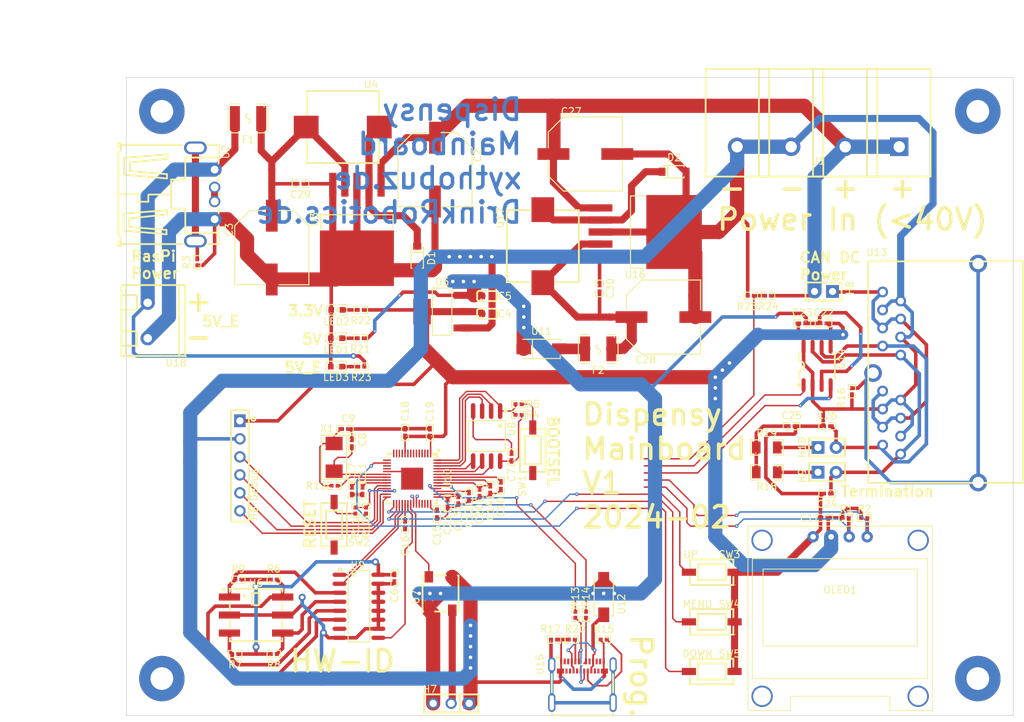
<source format=kicad_pcb>
(kicad_pcb (version 20221018) (generator pcbnew)
  (title_block (title "Dispensy Mainboard") (date "2024-02-05") (rev "1") (company "DrinkRobotics") (comment 1 "https://git.xythobuz.de/thomas/Dispensy") (comment 2 "Licensed under the CERN-OHL-S-2.0+") (comment 3 "PCB Thickness: 1mm") (comment 4 "Copyright (c) 2023 - 2024 Thomas Buck <thomas@xythobuz.de>"))
  (layers (0 "F.Cu" signal) (31 "B.Cu" signal) (34 "B.Paste" user) (35 "F.Paste" user) (36 "B.SilkS" user "B.Silkscreen") (37 "F.SilkS" user "F.Silkscreen") (38 "B.Mask" user) (39 "F.Mask" user) (44 "Edge.Cuts" user))
  (net 0 "")
  (net 1 "GND")
  (net 2 "+3.3V")
  (net 3 "+VDC")
  (net 4 "/EXT_PSU/Vout")
  (net 5 "+5V")
  (net 6 "Net-(U10-XIN)")
  (net 7 "Net-(X1-OSC2)")
  (net 8 "+1V1")
  (net 9 "Net-(U14-CANH)")
  (net 10 "Net-(C25-Pad1)")
  (net 11 "Net-(U14-CANL)")
  (net 12 "/PI/PI_PSU/Vout")
  (net 13 "Net-(U3-OUT)")
  (net 14 "Net-(U16-OUT)")
  (net 15 "/PI/ADC0")
  (net 16 "/PI/ADC1")
  (net 17 "/PI/ADC2")
  (net 18 "/PI/ADC3")
  (net 19 "/PI/IO0")
  (net 20 "/PI/IO1")
  (net 21 "/PI/IO2")
  (net 22 "/PI/IO3")
  (net 23 "/PI/IO4")
  (net 24 "/PI/IO5")
  (net 25 "/PI/IO6")
  (net 26 "/PI/IO7")
  (net 27 "/PI/IO8")
  (net 28 "/PI/IO9")
  (net 29 "/PI/IO10")
  (net 30 "/PI/IO11")
  (net 31 "/PI/IO12")
  (net 32 "/PI/IO13")
  (net 33 "/PI/IO14")
  (net 34 "/PI/IO15")
  (net 35 "/PI/Debug_Clock")
  (net 36 "/PI/Debug_Data")
  (net 37 "/PI/Debug_Tx")
  (net 38 "/PI/Debug_Rx")
  (net 39 "Net-(U7-DO)")
  (net 40 "Net-(H8-Pad1)")
  (net 41 "Net-(H9-Pad1)")
  (net 42 "Net-(H10-Pad1)")
  (net 43 "/PI/I2C_SCL")
  (net 44 "/PI/I2C_SDA")
  (net 45 "Net-(U2-SH1)")
  (net 46 "/PI/SPI_FLASH.SS")
  (net 47 "Net-(R5-Pad1)")
  (net 48 "Net-(U9-D7)")
  (net 49 "Net-(U9-D6)")
  (net 50 "Net-(U9-D5)")
  (net 51 "Net-(U9-D4)")
  (net 52 "Net-(U10-RUN)")
  (net 53 "Net-(R11-Pad2)")
  (net 54 "Net-(U10-XOUT)")
  (net 55 "/PI/USBC.DP")
  (net 56 "Net-(U10-USB_DP)")
  (net 57 "/PI/USBC.DM")
  (net 58 "Net-(U10-USB_DM)")
  (net 59 "Net-(U15-CC2)")
  (net 60 "Net-(R16-Pad1)")
  (net 61 "/PI/USBC.SHIELD")
  (net 62 "Net-(U15-CC1)")
  (net 63 "Net-(U2-D+)")
  (net 64 "/PI/LED_Din")
  (net 65 "/PI/SPI_FLASH.SD1")
  (net 66 "/PI/SPI_FLASH.SD2")
  (net 67 "/PI/SPI_FLASH.SD0")
  (net 68 "/PI/SPI_FLASH.SCLK")
  (net 69 "/PI/SPI_FLASH.SD3")
  (net 70 "/PI/SR_Load")
  (net 71 "/PI/SR_Clock")
  (net 73 "/PI/SR_Data")
  (net 74 "Net-(U10-GPIO24)")
  (net 75 "Net-(U10-GPIO25)")
  (net 76 "/PI/USBC.VBUS")
  (net 87 "Net-(U2-VCC)")
  (net 88 "Net-(U11-A)")
  (net 89 "Net-(LED1-+)")
  (net 90 "Net-(LED2-+)")
  (net 91 "Net-(LED3-+)")
  (footprint "jlc_footprints:HDR-TH_3P-P2.54-V-F" (layer "F.Cu") (at 139.275082 136 180)
    (fp_text reference "H7")
    (fp_text value "WS2812")
  )
  (footprint "jlc_footprints:C0402" (layer "F.Cu") (at 140.275082 107.34763 -90)
    (fp_text reference "C13")
    (fp_text value "1uF")
  )
  (footprint "jlc_footprints:LED0603-RD" (layer "F.Cu") (at 123.101981 88.506858)
    (fp_text reference "LED3")
    (fp_text value "FC-D1608HGK-572C")
  )
  (footprint "jlc_footprints:SW-SMD_L6.1-W3.6-LS6.6" (layer "F.Cu") (at 176 124.5 180)
    (fp_text reference "SW4")
    (fp_text value "MENU")
  )
  (footprint "jlc_footprints:R1206" (layer "F.Cu") (at 183.754966 99.907765)
    (fp_text reference "R19")
    (fp_text value "60R4")
  )
  (footprint "jlc_footprints:TO-263-5_L10.6-W9.6-P1.70-LS15.9-BR" (layer "F.Cu") (at 125.990456 68.034258 90)
    (fp_text reference "U3")
    (fp_text value "LM2576S-5_0_TR")
  )
  (footprint "jlc_footprints:R0402" (layer "F.Cu") (at 127.275082 108.802545 -90)
    (fp_text reference "R10")
    (fp_text value "10K")
  )
  (footprint "jlc_footprints:CAP-SMD_BD10.0-L10.3-W10.3-FD" (layer "F.Cu") (at 158.190482 58.51762)
    (fp_text reference "C27")
    (fp_text value "100uF")
  )
  (footprint "jlc_footprints:CONN-TH_4P-P7.62_L15.2-W31.7-EX4.2" (layer "F.Cu") (at 191 57.5 180)
    (fp_text reference "U1")
    (fp_text value "DBT50G-7_62-4P")
  )
  (footprint "jlc_footprints:R0402" (layer "F.Cu") (at 158.275082 123.5 -90)
    (fp_text reference "R14")
    (fp_text value "27R4")
  )
  (footprint "jlc_footprints:RJ45-TH_DS1129-05-S80BP-X" (layer "F.Cu") (at 206.140469 89.407765 90)
    (fp_text reference "U13")
    (fp_text value "CAN_IO")
  )
  (footprint "jlc_footprints:SOD-123_L2.8-W1.8-LS3.7-RD" (layer "F.Cu") (at 170.690482 61.01762)
    (fp_text reference "D2")
    (fp_text value "MBR340F")
  )
  (footprint "jlc_footprints:C0402" (layer "F.Cu") (at 188.754966 82.407765 180)
    (fp_text reference "C23")
    (fp_text value "47nF")
  )
  (footprint "jlc_footprints:SW-SMD_L6.1-W3.6-LS6.6" (layer "F.Cu") (at 176 117.5 180)
    (fp_text reference "SW3")
    (fp_text value "UP")
  )
  (footprint "jlc_footprints:F1812" (layer "F.Cu") (at 110.646558 53.5 180)
    (fp_text reference "F1")
    (fp_text value "ASMD1812-350-16V")
  )
  (footprint "jlc_footprints:C0402" (layer "F.Cu") (at 126.775082 106 -90)
    (fp_text reference "C11")
    (fp_text value "100nF")
  )
  (footprint "jlc_footprints:CAP-SMD_BD10.0-L10.3-W10.3-FD" (layer "F.Cu") (at 136.990456 60.717646 -90)
    (fp_text reference "C2")
    (fp_text value "100uF")
  )
  (footprint "jlc_footprints:R0402" (layer "F.Cu") (at 114.275082 118.53813)
    (fp_text reference "R6")
    (fp_text value "10K")
  )
  (footprint "jlc_footprints:C0402" (layer "F.Cu") (at 191.874904 109.82738 180)
    (fp_text reference "C1")
    (fp_text value "100nF")
  )
  (footprint "jlc_footprints:R0402" (layer "F.Cu") (at 156.775082 123.5 -90)
    (fp_text reference "R13")
    (fp_text value "27R4")
  )
  (footprint "jlc_footprints:C0402" (layer "F.Cu") (at 138.775082 107.802545 -90)
    (fp_text reference "C21")
    (fp_text value "100nF")
  )
  (footprint "jlc_footprints:C0402" (layer "F.Cu") (at 192.254966 96.907765)
    (fp_text reference "C26")
    (fp_text value "100pF")
  )
  (footprint "jlc_footprints:HDR-TH_6P-P2.54-V-F" (layer "F.Cu") (at 109.5 102.5 -90)
    (fp_text reference "H6")
    (fp_text value "Debug")
  )
  (footprint "jlc_footprints:C0402" (layer "F.Cu") (at 132.775082 110.802545 -90)
    (fp_text reference "C16")
    (fp_text value "100nF")
  )
  (footprint "jlc_footprints:R0402" (layer "F.Cu") (at 126.601981 88.506858 180)
    (fp_text reference "R23")
    (fp_text value "1K")
  )
  (footprint "jlc_footprints:SOT-223-4_L6.5-W3.5-P2.30-LS7.0-BR" (layer "F.Cu") (at 138 80.75)
    (fp_text reference "U5")
    (fp_text value "AMS1117-3_3_C347222")
  )
  (footprint "jlc_footprints:SOIC-8_L5.0-W4.0-P1.27-LS6.0-BL" (layer "F.Cu") (at 190.849962 88.407765)
    (fp_text reference "U14")
    (fp_text value "TJA1042T_3_1J")
  )
  (footprint "jlc_footprints:CONN-TH_XY300V-A-5.0-2P" (layer "F.Cu") (at 96.5 82 90)
    (fp_text reference "U18")
    (fp_text value "XY300V-A-5_0-2P")
  )
  (footprint "jlc_footprints:LED-SMD_4P-L5.0-W5.0-LS5.4-TL-1" (layer "F.Cu") (at 137.775082 120.5 90)
    (fp_text reference "U7")
    (fp_text value "WS2812E-V5")
  )
  (footprint "MountingHole:MountingHole_3.2mm_M3_Pad_TopBottom" (layer "F.Cu") (at 213.5 52.5)
    (fp_text reference "H12" hide)
    (fp_text value "MountingHole" hide)
  )
  (footprint "jlc_footprints:R0402" (layer "F.Cu") (at 103.490456 73.784829 90)
    (fp_text reference "R3")
    (fp_text value "1M")
  )
  (footprint "jlc_footprints:LED0603-RD" (layer "F.Cu") (at 123.169164 80.503429)
    (fp_text reference "LED2")
    (fp_text value "FC-D1608HGK-572C")
  )
  (footprint "jlc_footprints:C0402" (layer "F.Cu") (at 147.775082 101.25746 90)
    (fp_text reference "C7")
    (fp_text value "100nF")
  )
  (footprint "jlc_footprints:C0402" (layer "F.Cu") (at 124.320167 97.302545 180)
    (fp_text reference "C9")
    (fp_text value "27p")
  )
  (footprint "jlc_footprints:HDR-TH_2P-P2.54-V-M-1" (layer "F.Cu") (at 191.754966 77.907765 180)
    (fp_text reference "H8")
    (fp_text value "PWR")
  )
  (footprint "jlc_footprints:R0402" (layer "F.Cu") (at 194.874904 109.82738 180)
    (fp_text reference "R1")
    (fp_text value "10K")
  )
  (footprint "jlc_footprints:R0402" (layer "F.Cu") (at 156.275082 127 180)
    (fp_text reference "R20")
    (fp_text value "5K1")
  )
  (footprint "jlc_footprints:C0402" (layer "F.Cu") (at 132.775082 97.802545 90)
    (fp_text reference "C18")
    (fp_text value "100nF")
  )
  (footprint "jlc_footprints:USB-C-SMD_TYPE-C-USB-18" (layer "F.Cu") (at 157.775082 133)
    (fp_text reference "U15")
    (fp_text value "USB-C")
  )
  (footprint "jlc_footprints:C0402" (layer "F.Cu") (at 141.775082 106.802545 -90)
    (fp_text reference "C12")
    (fp_text value "1uF")
  )
  (footprint "jlc_footprints:OSC-SMD_2P-L5.0-W3.2" (layer "F.Cu") (at 122.775082 101.302545 90)
    (fp_text reference "X1")
    (fp_text value "12MHz")
  )
  (footprint "jlc_footprints:SW-SMD_L6.1-W3.6-LS6.6" (layer "F.Cu") (at 150.775082 100.302545 -90)
    (fp_text reference "SW1")
    (fp_text value "BOOTSEL")
  )
  (footprint "MountingHole:MountingHole_3.2mm_M3_Pad_TopBottom" (layer "F.Cu") (at 98.5 52.5)
    (fp_text reference "H11" hide)
    (fp_text value "MountingHole" hide)
  )
  (footprint "jlc_footprints:TO-263-5_L10.6-W9.6-P1.70-LS15.9-BR" (layer "F.Cu") (at 165.507094 69.51762 180)
    (fp_text reference "U16")
    (fp_text value "LM2576S-5_0_TR")
  )
  (footprint "jlc_footprints:R0402" (layer "F.Cu") (at 183.932817 78.5 180)
    (fp_text reference "R24")
    (fp_text value "147K")
  )
  (footprint "jlc_footprints:R0402" (layer "F.Cu") (at 125.775082 108.802545 -90)
    (fp_text reference "R11")
    (fp_text value "1K")
  )
  (footprint "jlc_footprints:R0402" (layer "F.Cu") (at 122.842265 105.302545)
    (fp_text reference "R12")
    (fp_text value "1K")
  )
  (footprint "jlc_footprints:SW-SMD_L6.1-W3.6-LS6.6" (layer "F.Cu") (at 122.775082 110.802545 -90)
    (fp_text reference "SW2")
    (fp_text value "RESET")
  )
  (footprint "jlc_footprints:R0402" (layer "F.Cu") (at 153.775082 127)
    (fp_text reference "R17")
    (fp_text value "1M")
  )
  (footprint "jlc_footprints:R0402" (layer "F.Cu") (at 148.775082 95.302545 180)
    (fp_text reference "R4")
    (fp_text value "10K")
  )
  (footprint "jlc_footprints:R0402" (layer "F.Cu") (at 160.775082 127 180)
    (fp_text reference "R15")
    (fp_text value "5K1")
  )
  (footprint "jlc_footprints:C0402" (layer "F.Cu") (at 143.275082 106.302545 -90)
    (fp_text reference "C20")
    (fp_text value "100nF")
  )
  (footprint "jlc_footprints:SOIC-8_L5.3-W5.3-P1.27-LS8.0-BL" (layer "F.Cu") (at 144.275082 98.302545 180)
    (fp_text reference "U8")
    (fp_text value "W25Q128JVSIQ")
  )
  (footprint "jlc_footprints:C0402" (layer "F.Cu") (at 192.254966 106.407765 180)
    (fp_text reference "C24")
    (fp_text value "100pF")
  )
  (footprint "jlc_footprints:R0402" (layer "F.Cu") (at 126.534798 80.503429 180)
    (fp_text reference "R22")
    (fp_text value "1K")
  )
  (footprint "jlc_footprints:LED0603-RD" (layer "F.Cu") (at 123.101981 84.503429)
    (fp_text reference "LED1")
    (fp_text value "FC-D1608HGK-572C")
  )
  (footprint "jlc_footprints:SMA_L4.4-W2.8-LS5.4-R-RD" (layer "F.Cu") (at 152 86)
    (fp_text reference "U11")
    (fp_text value "SS54_C22452")
  )
  (footprint "jlc_footprints:F1812" (layer "F.Cu") (at 160 86 180)
    (fp_text reference "F2")
    (fp_text value "ASMD1812-350-16V")
  )
  (footprint "MountingHole:MountingHole_3.2mm_M3_Pad_TopBottom" (layer "F.Cu") (at 213.5 132.5)
    (fp_text reference "H14" hide)
    (fp_text value "MountingHole" hide)
  )
  (footprint "jlc_footprints:CAP-SMD_BD10.0-L10.3-W10.3-LS11.3-FD" (layer "F.Cu") (at 113.990456 71.717646 -90)
    (fp_text reference "C3")
    (fp_text value "1000uF")
  )
  (footprint "jlc_footprints:CAP-SMD_BD10.0-L10.3-W10.3-LS11.3-FD" (layer "F.Cu") (at 169.190482 81.51762)
    (fp_text reference "C28")
    (fp_text value "1000uF")
  )
  (footprint "jlc_footprints:C0402" (layer "F.Cu") (at 146.275082 105.302545 -90)
    (fp_text reference "C10")
    (fp_text value "100nF")
  )
  (footprint "jlc_footprints:C0603" (layer "F.Cu") (at 144.3349 78.549975)
    (fp_text reference "C5")
    (fp_text value "10uF")
  )
  (footprint "jlc_footprints:C0402" (layer "F.Cu") (at 136.275082 97.802545 90)
    (fp_text reference "C19")
    (fp_text value "100nF")
  )
  (footprint "jlc_footprints:R0402" (layer "F.Cu") (at 181.5 78.5 180)
    (fp_text reference "R25")
    (fp_text value "10K")
  )
  (footprint "jlc_footprints:C0402" (layer "F.Cu") (at 137.275082 109.302545 -90)
    (fp_text reference "C15")
    (fp_text value "100nF")
  )
  (footprint "jlc_footprints:R0402" (layer "F.Cu") (at 195.754966 91.974948 -90)
    (fp_text reference "R16")
    (fp_text value "1M")
  )
  (footprint "jlc_footprints:SMA_L4.4-W2.8-LS5.4-R-RD" (layer "F.Cu") (at 160.775082 121 -90)
    (fp_text reference "U12")
    (fp_text value "SS54_C22452")
  )
  (footprint "jlc_footprints:R0402" (layer "F.Cu") (at 148.775082 93.802545 180)
    (fp_text reference "R5")
    (fp_text value "1K")
  )
  (footprint "jlc_footprints:SW-SMD_SM_SKCR-16S" (layer "F.Cu") (at 111.775082 123.53813 90)
    (fp_text reference "U6")
    (fp_text value "SKCR-16S")
  )
  (footprint "jlc_footprints:C0603" (layer "F.Cu") (at 144.3349 81.049975)
    (fp_text reference "C4")
    (fp_text value "10uF")
  )
  (footprint "jlc_footprints:C0402" (layer "F.Cu") (at 187.254966 96.907765)
    (fp_text reference "C25")
    (fp_text value "4.7nF")
  )
  (footprint "jlc_footprints:C0402" (layer "F.Cu") (at 144.775082 105.84763 -90)
    (fp_text reference "C14")
    (fp_text value "100nF")
  )
  (footprint "jlc_footprints:R1206" (layer "F.Cu") (at 183.754966 103.407765 180)
    (fp_text reference "R18")
    (fp_text value "60R4")
  )
  (footprint "jlc_footprints:USB-A-TH_USB-302-T" (layer "F.Cu") (at 104.581769 64.217646 -90)
    (fp_text reference "U2")
    (fp_text value "USB-A")
  )
  (footprint "jlc_footprints:C0402" (layer "F.Cu") (at 131.275082 118.34763 90)
    (fp_text reference "C6")
    (fp_text value "100nF")
  )
  (footprint "jlc_footprints:SOIC-16_L9.9-W3.9-P1.27-LS6.0-BL" (layer "F.Cu") (at 126.275082 122.302545 -90)
    (fp_text reference "U9")
    (fp_text value "74HC165D,653")
  )
  (footprint "jlc_footprints:R0402" (layer "F.Cu") (at 197.5 109.845 180)
    (fp_text reference "R2")
    (fp_text value "10K")
  )
  (footprint "MountingHole:MountingHole_3.2mm_M3_Pad_TopBottom" (layer "F.Cu") (at 98.5 132.5)
    (fp_text reference "H13" hide)
    (fp_text value "MountingHole" hide)
  )
  (footprint "jlc_footprints:SOD-123_L2.8-W1.8-LS3.7-RD" (layer "F.Cu") (at 134.490456 73.217646 -90)
    (fp_text reference "D1")
    (fp_text value "MBR340F")
  )
  (footprint "jlc_footprints:SW-SMD_L6.1-W3.6-LS6.6" (layer "F.Cu") (at 176 131.5 180)
    (fp_text reference "SW5")
    (fp_text value "DOWN")
  )
  (footprint "jlc_footprints:IND-SMD_L11.5-W10.0_YSPI1050" (layer "F.Cu") (at 152.190482 71.51762 -90)
    (fp_text reference "U17")
    (fp_text value "100uH")
  )
  (footprint "jlc_footprints:LQFN-56_L7.0-W7.0-P0.4-EP" (layer "F.Cu") (at 133.774955 104.302545 -90)
    (fp_text reference "U10")
    (fp_text value "RP2040")
  )
  (footprint "jlc_footprints:IND-SMD_L11.5-W10.0_YSPI1050" (layer "F.Cu") (at 123.990456 54.717646 180)
    (fp_text reference "U4")
    (fp_text value "100uH")
  )
  (footprint "jlc_footprints:R0402" (layer "F.Cu") (at 114.275082 129.03813)
    (fp_text reference "R8")
    (fp_text value "10K")
  )
  (footprint "jlc_footprints:R0402" (layer "F.Cu") (at 126.534798 84.503429 180)
    (fp_text reference "R21")
    (fp_text value "1K")
  )
  (footprint "jlc_footprints:C0402" (layer "F.Cu") (at 125.275082 99.302545 -90)
    (fp_text reference "C8")
    (fp_text value "27p")
  )
  (footprint "jlc_footprints:C0402" (layer "F.Cu") (at 118.035541 62.717646 180)
    (fp_text reference "C29")
    (fp_text value "100nF")
  )
  (footprint "jlc_footprints:R0402" (layer "F.Cu") (at 109.275082 118.53813 180)
    (fp_text reference "R9")
    (fp_text value "10K")
  )
  (footprint "extern:SSD1306_0.96_Oled" (layer "F.Cu") (at 181.095 137)
    (fp_text reference "OLED1")
    (fp_text value "SSD1306")
  )
  (footprint "jlc_footprints:C0402" (layer "F.Cu") (at 191.754966 82.407765)
    (fp_text reference "C22")
    (fp_text value "100nF")
  )
  (footprint "jlc_footprints:C0402" (layer "F.Cu") (at 125.275082 106 -90)
    (fp_text reference "C17")
    (fp_text value "100nF")
  )
  (footprint "jlc_footprints:HDR-TH_2P-P2.54-V-M-1" (layer "F.Cu") (at 192.254966 99.907765)
    (fp_text reference "H10")
    (fp_text value "T_CL")
  )
  (footprint "jlc_footprints:R0402" (layer "F.Cu") (at 108.842265 129.03813 180)
    (fp_text reference "R7")
    (fp_text value "10K")
  )
  (footprint "jlc_footprints:HDR-TH_2P-P2.54-V-M-1" (layer "F.Cu") (at 192.254966 103.407765)
    (fp_text reference "H9")
    (fp_text value "T_CH")
  )
  (footprint "jlc_footprints:C0402" (layer "F.Cu") (at 160.190482 77.472535 -90)
    (fp_text reference "C30")
    (fp_text value "100nF")
  )
  (gr_rect (start 93.490456 47.717646) (end 218.490456 137.717646) (stroke (width 0.1)) (fill none) (layer "Edge.Cuts"))
  (gr_text "Dispensy\nMainboard\nxythobuz.de\nDrinkRobotics.de" (at 149.5 68.5) (layer "B.Cu") (effects (font (size 3 3) (thickness 0.5) bold) (justify left bottom mirror)))
  (gr_text "BOOTSEL" (at 152.775082 95.302545 -90) (layer "F.SilkS") (effects (font (size 1.5 1.5) (thickness 0.3) bold) (justify left bottom)))
  (gr_text "Power In (<40V)" (at 176.5 69.5) (layer "F.SilkS") (effects (font (size 3 3) (thickness 0.5) bold) (justify left bottom)))
  (gr_text "-" (at 176.689992 65) (layer "F.SilkS") (effects (font (size 3 3) (thickness 0.5) bold) (justify left bottom)))
  (gr_text "Termination" (at 194 107) (layer "F.SilkS") (effects (font (size 1.5 1.5) (thickness 0.3) bold) (justify left bottom)))
  (gr_text "+" (at 192.689992 65) (layer "F.SilkS") (effects (font (size 3 3) (thickness 0.5) bold) (justify left bottom)))
  (gr_text "Dispensy\nMainboard\nV1\n2024-02" (at 157.5 111.5) (layer "F.SilkS") (effects (font (size 3 3) (thickness 0.5) bold) (justify left bottom)))
  (gr_text "RasPi\nPower" (at 93.990456 76.217646) (layer "F.SilkS") (effects (font (size 1.5 1.5) (thickness 0.3) bold) (justify left bottom)))
  (gr_text "-" (at 101.5 86) (layer "F.SilkS") (effects (font (size 3 3) (thickness 0.5) bold) (justify left bottom)))
  (gr_text "HW-ID" (at 116.275082 131.802545) (layer "F.SilkS") (effects (font (size 3 3) (thickness 0.5) bold) (justify left bottom)))
  (gr_text "Prog." (at 164.275082 126 -90) (layer "F.SilkS") (effects (font (size 3 3) (thickness 0.5) bold) (justify left bottom)))
  (gr_text "+" (at 200.689992 65) (layer "F.SilkS") (effects (font (size 3 3) (thickness 0.5) bold) (justify left bottom)))
  (gr_text "RESET" (at 120.275082 114.302545 90) (layer "F.SilkS") (effects (font (size 1.5 1.5) (thickness 0.3) bold) (justify left bottom)))
  (gr_text "5V_E" (at 104 83) (layer "F.SilkS") (effects (font (size 1.5 1.5) (thickness 0.3) bold) (justify left bottom)))
  (gr_text "CAN DC\nPower" (at 188.254966 76.407765) (layer "F.SilkS") (effects (font (size 1.5 1.5) (thickness 0.3) bold) (justify left bottom)))
  (gr_text "3.3V" (at 116.101981 81.503429) (layer "F.SilkS") (effects (font (size 1.5 1.5) (thickness 0.3) bold) (justify left bottom)))
  (gr_text "5V" (at 118.101981 85.503429) (layer "F.SilkS") (effects (font (size 1.5 1.5) (thickness 0.3) bold) (justify left bottom)))
  (gr_text "+" (at 101.5 81) (layer "F.SilkS") (effects (font (size 3 3) (thickness 0.5) bold) (justify left bottom)))
  (gr_text "5V_E" (at 115.601981 89.503429) (layer "F.SilkS") (effects (font (size 1.5 1.5) (thickness 0.3) bold) (justify left bottom)))
  (gr_text "-" (at 185.189992 65) (layer "F.SilkS") (effects (font (size 3 3) (thickness 0.5) bold) (justify left bottom)))
  (segment (start 134.490456 74.910051) (end 127.682861 74.910051) (width 2) (layer "F.Cu") (net 1))
  (segment (start 139.820167 108.34763) (end 140.275082 107.892715) (width 0.2) (layer "F.Cu") (net 1))
  (segment (start 107.717773 67.717773) (end 110.5 70.5) (width 2) (layer "F.Cu") (net 1))
  (segment (start 129.010667 122.937546) (end 129.010667 121.667544) (width 0.5) (layer "F.Cu") (net 1))
  (segment (start 145.034925 78.549975) (end 145.034925 73.034925) (width 1) (layer "F.Cu") (net 1))
  (segment (start 143.275082 106.84763) (end 144.320167 106.84763) (width 0.2) (layer "F.Cu") (net 1))
  (segment (start 125.990456 62.85087) (end 125.990456 73.217646) (width 1) (layer "F.Cu") (net 1))
  (segment (start 154.207899 127) (end 154.775082 127) (width 0.5) (layer "F.Cu") (net 1))
  (segment (start 160.775082 127.570002) (end 160.342265 127.137185) (width 0.25) (layer "F.Cu") (net 1))
  (segment (start 191.709881 96.907765) (end 191.709881 94.532733) (width 0.5) (layer "F.Cu") (net 1))
  (segment (start 136.990456 74.509544) (end 136.589949 74.910051) (width 2) (layer "F.Cu") (net 1))
  (segment (start 118.275082 121.03813) (end 118.275082 122.03813) (width 0.5) (layer "F.Cu") (net 1))
  (segment (start 172.382887 67.825215) (end 170.690482 69.51762) (width 1) (layer "F.Cu") (net 1))
  (segment (start 181.067183 68.427229) (end 179.569977 66.930023) (width 0.5) (layer "F.Cu") (net 1))
  (segment (start 105.936735 67.717773) (end 107.717773 67.717773) (width 2) (layer "F.Cu") (net 1))
  (segment (start 110.5 72.727063) (end 113.990456 76.217519) (width 2) (layer "F.Cu") (net 1))
  (segment (start 147.275082 98.802545) (end 147.775082 99.302545) (width 0.2) (layer "F.Cu") (net 1))
  (segment (start 142.775082 107.34763) (end 143.275082 106.84763) (width 0.2) (layer "F.Cu") (net 1))
  (segment (start 187.625096 98.01762) (end 187.800051 97.842665) (width 0.5) (layer "F.Cu") (net 1))
  (segment (start 184.125096 98.01762) (end 187.625096 98.01762) (width 0.5) (layer "F.Cu") (net 1))
  (segment (start 154.5 133) (end 142 133) (width 0.5) (layer "F.Cu") (net 1))
  (segment (start 179.569977 66.930023) (end 176.98238 69.51762) (width 2) (layer "F.Cu") (net 1))
  (segment (start 136.990456 73.009544) (end 136.990456 65.217519) (width 1) (layer "F.Cu") (net 1))
  (segment (start 142.775082 98.802545) (end 147.275082 98.802545) (width 0.2) (layer "F.Cu") (net 1))
  (segment (start 136.589949 74.910051) (end 134.490456 74.910051) (width 2) (layer "F.Cu") (net 1))
  (segment (start 202.625458 93.217646) (end 204.754966 91.088138) (width 0.5) (layer "F.Cu") (net 1))
  (segment (start 122.990583 76.217519) (end 125.990456 73.217646) (width 1) (layer "F.Cu") (net 1))
  (segment (start 124.865252 97.302545) (end 125.275082 97.712375) (width 0.2) (layer "F.Cu") (net 1))
  (segment (start 142 133) (end 142 120.724791) (width 2) (layer "F.Cu") (net 1))
  (segment (start 190.214961 93.36776) (end 191.334849 94.487648) (width 0.5) (layer "F.Cu") (net 1))
  (segment (start 167.290431 72.917671) (end 170.690482 69.51762) (width 1) (layer "F.Cu") (net 1))
  (segment (start 154.88495 132.5) (end 155 132.5) (width 0.5) (layer "F.Cu") (net 1))
  (segment (start 129.010667 124.207549) (end 129.010667 122.937546) (width 0.5) (layer "F.Cu") (net 1))
  (segment (start 154.775082 130.090043) (end 154.775082 131.33998) (width 0.25) (layer "F.Cu") (net 1))
  (segment (start 183.625096 98.51762) (end 184.125096 98.01762) (width 0.5) (layer "F.Cu") (net 1))
  (segment (start 160.775082 131.33998) (end 160.875158 131.440056) (width 0.2) (layer "F.Cu") (net 1))
  (segment (start 172.382887 61.01762) (end 172.382887 67.825215) (width 1) (layer "F.Cu") (net 1))
  (segment (start 160.342265 127.137185) (end 160.342265 127) (width 0.2) (layer "F.Cu") (net 1))
  (segment (start 122.302514 84.506858) (end 122.302514 88.510287) (width 0.5) (layer "F.Cu") (net 1))
  (segment (start 185.87949 106.407765) (end 183.625096 104.153371) (width 0.5) (layer "F.Cu") (net 1))
  (segment (start 142 135.815087) (end 142 133) (width 2) (layer "F.Cu") (net 1))
  (segment (start 103.490456 74.217646) (end 104.260458 74.217646) (width 0.5) (layer "F.Cu") (net 1))
  (segment (start 145.034925 73.034925) (end 145 73) (width 1) (layer "F.Cu") (net 1))
  (segment (start 131.040258 119.127539) (end 131.275082 118.892715) (width 0.5) (layer "F.Cu") (net 1))
  (segment (start 181.067183 78.5) (end 181.067183 68.427229) (width 0.5) (layer "F.Cu") (net 1))
  (segment (start 136.990456 73.009544) (end 139.240456 73.009544) (width 2) (layer "F.Cu") (net 1))
  (segment (start 145.729997 106.392715) (end 146.275082 105.84763) (width 0.2) (layer "F.Cu") (net 1))
  (segment (start 137.275082 109.84763) (end 138.229997 109.84763) (width 0.2) (layer "F.Cu") (net 1))
  (segment (start 144.320167 106.84763) (end 144.775082 106.392715) (width 0.2) (layer "F.Cu") (net 1))
  (segment (start 145.034925 78.549975) (end 145.034925 81.049975) (width 1) (layer "F.Cu") (net 1))
  (segment (start 154.775082 127) (end 155.842265 127) (width 0.5) (layer "F.Cu") (net 1))
  (segment (start 154.675006 131.440056) (end 154.675006 132.290056) (width 0.5) (layer "F.Cu") (net 1))
  (segment (start 138.775082 108.34763) (end 139.820167 108.34763) (width 0.2) (layer "F.Cu") (net 1))
  (segment (start 127.682861 74.910051) (end 125.990456 73.217646) (width 1) (layer "F.Cu") (net 1))
  (segment (start 195.754966 92.407765) (end 195.754966 94.487648) (width 0.5) (layer "F.Cu") (net 1))
  (segment (start 138.775082 109.302545) (end 138.775082 108.34763) (width 0.2) (layer "F.Cu") (net 1))
  (segment (start 162.690355 58.51762) (end 169.882887 58.51762) (width 1) (layer "F.Cu") (net 1))
  (segment (start 130.224917 103.302545) (end 132.775082 103.302545) (width 0.2) (layer "F.Cu") (net 1))
  (segment (start 129.010667 125.477551) (end 129.010667 124.207549) (width 0.5) (layer "F.Cu") (net 1))
  (segment (start 125.890652 126.747554) (end 123.539497 126.747554) (width 0.5) (layer "F.Cu") (net 1))
  (segment (start 140.5 73) (end 142 73) (width 2) (layer "F.Cu") (net 1))
  (segment (start 110.5 70.5) (end 110.5 72.727063) (width 2) (layer "F.Cu") (net 1))
  (segment (start 154.775082 130.090043) (end 154.775082 127) (width 0.25) (layer "F.Cu") (net 1))
  (segment (start 191.329819 109.82738) (end 191.329819 106.787827) (width 0.5) (layer "F.Cu") (net 1))
  (segment (start 145.034925 82.499975) (end 145.034925 81.049975) (width 1) (layer "F.Cu") (net 1))
  (segment (start 138.229997 109.84763) (end 138.775082 109.302545) (width 0.2) (layer "F.Cu") (net 1))
  (segment (start 187.189992 57.5) (end 179.569977 57.5) (width 2) (layer "F.Cu") (net 1))
  (segment (start 160.323706 69.51762) (end 170.690482 69.51762) (width 1) (layer "F.Cu") (net 1))
  (segment (start 188.944958 84.097757) (end 188.209881 83.36268) (width 0.5) (layer "F.Cu") (net 1))
  (segment (start 118.275082 122.03813) (end 116.775082 123.53813) (width 0.5) (layer "F.Cu") (net 1))
  (segment (start 122.590405 62.85087) (end 122.590405 69.817595) (width 1) (layer "F.Cu") (net 1))
  (segment (start 142.370078 98.397541) (end 142.775082 98.802545) (width 0.2) (layer "F.Cu") (net 1))
  (segment (start 143.5 73) (end 145 73) (width 2) (layer "F.Cu") (net 1))
  (segment (start 173.690355 72.517493) (end 170.690482 69.51762) (width 1) (layer "F.Cu") (net 1))
  (segment (start 190.214961 89.36776) (end 188.944958 88.097757) (width 0.5) (layer "F.Cu") (net 1))
  (segment (start 187.800051 97.842665) (end 187.800051 96.907765) (width 0.5) (layer "F.Cu") (net 1))
  (segment (start 104.260458 74.217646) (end 105.936735 72.541369) (width 0.5) (layer "F.Cu") (net 1))
  (segment (start 147.775082 99.302545) (end 147.775082 100.712375) (width 0.2) (layer "F.Cu") (net 1))
  (segment (start 191.329819 109.82738) (end 191.329819 111.455181) (width 0.5) (layer "F.Cu") (net 1))
  (segment (start 142 73) (end 143.5 73) (width 2) (layer "F.Cu") (net 1))
  (segment (start 126.775082 106.545085) (end 125.275082 106.545085) (width 0.5) (layer "F.Cu") (net 1))
  (segment (start 136.990456 73.009544) (end 136.990456 74.509544) (width 2) (layer "F.Cu") (net 1))
  (segment (start 141.815087 136) (end 142 135.815087) (width 2) (layer "F.Cu") (net 1))
  (segment (start 154.775082 131.33998) (end 154.675006 131.440056) (width 0.2) (layer "F.Cu") (net 1))
  (segment (start 160.775082 130.090043) (end 160.775082 131.33998) (width 0.25) (layer "F.Cu") (net 1))
  (segment (start 129.010667 125.477551) (end 127.160655 125.477551) (width 0.5) (layer "F.Cu") (net 1))
  (segment (start 183.625096 104.153371) (end 183.625096 98.51762) (width 0.5) (layer "F.Cu") (net 1))
  (segment (start 142 120.724791) (end 139.425196 118.149987) (width 2) (layer "F.Cu") (net 1))
  (segment (start 185.285 117.5) (end 179.217424 117.5) (width 1) (layer "F.Cu") (net 1))
  (segment (start 160.775082 130.090043) (end 160.775082 127.570002) (width 0.25) (layer "F.Cu") (net 1))
  (segment (start 113.990456 76.217519) (end 122.990583 76.217519) (width 2) (layer "F.Cu") (net 1))
  (segment (start 129.010667 119.127539) (end 129.010667 120.397541) (width 0.5) (layer "F.Cu") (net 1))
  (segment (start 129.010667 119.127539) (end 131.040258 119.127539) (width 0.5) (layer "F.Cu") (net 1))
  (segment (start 204.754966 86.457136) (end 202.625458 84.327628) (width 0.5) (layer "F.Cu") (net 1))
  (segment (start 141.775082 107.34763) (end 142.775082 107.34763) (width 0.2) (layer "F.Cu") (net 1))
  (segment (start 144.484925 83.049975) (end 145.034925 82.499975) (width 1) (layer "F.Cu") (net 1))
  (segment (start 154.675006 132.290056) (end 154.88495 132.5) (width 0.5) (layer "F.Cu") (net 1))
  (segment (start 176.98238 69.51762) (end 170.690482 69.51762) (width 2) (layer "F.Cu") (net 1))
  (segment (start 188.944958 88.097757) (end 188.944958 85.70266) (width 0.5) (layer "F.Cu") (net 1))
  (segment (start 191.709881 106.407765) (end 185.87949 106.407765) (width 0.5) (layer "F.Cu") (net 1))
  (segment (start 122.590405 69.817595) (end 125.990456 73.217646) (width 1) (layer "F.Cu") (net 1))
  (segment (start 121.984506 126.747554) (end 121.275082 126.03813) (width 0.5) (layer "F.Cu") (net 1))
  (segment (start 179.569977 57.5) (end 179.569977 66.930023) (width 2) (layer "F.Cu") (net 1))
  (segment (start 191.329819 111.455181) (end 190.285 112.5) (width 0.5) (layer "F.Cu") (net 1))
  (segment (start 173.690355 81.51762) (end 173.690355 78.5) (width 2) (layer "F.Cu") (net 1))
  (segment (start 122.369697 80.506858) (end 122.369697 84.439675) (width 0.5) (layer "F.Cu") (net 1))
  (segment (start 191.754966 94.487648) (end 195.754966 94.487648) (width 0.5) (layer "F.Cu") (net 1))
  (segment (start 204.754966 91.088138) (end 204.754966 86.457136) (width 0.5) (layer "F.Cu") (net 1))
  (segment (start 179.217424 124.5) (end 179.217424 131.5) (width 1) (layer "F.Cu") (net 1))
  (segment (start 124.865252 97.302545) (end 132.729997 97.302545) (width 0.5) (layer "F.Cu") (net 1))
  (segment (start 118.580626 62.717646) (end 122.457181 62.717646) (width 0.5) (layer "F.Cu") (net 1))
  (segment (start 142.370078 94.772446) (end 142.370078 98.397541) (width 0.2) (layer "F.Cu") (net 1))
  (segment (start 188.209881 82.407765) (end 188.209881 83.36268) (width 0.5) (layer "F.Cu") (net 1))
  (segment (start 116.775082 123.53813) (end 115.525146 123.53813) (width 0.5) (layer "F.Cu") (net 1))
  (segment (start 160.875158 131.440056) (end 160.875158 132.124842) (width 0.5) (layer "F.Cu") (net 1))
  (segment (start 160.190482 73.050895) (end 160.323706 72.917671) (width 0.5) (layer "F.Cu") (net 1))
  (segment (start 132.729997 97.302545) (end 132.775082 97.25746) (width 0.5) (layer "F.Cu") (net 1))
  (segment (start 132.775082 97.25746) (end 136.275082 97.25746) (width 0.5) (layer "F.Cu") (net 1))
  (segment (start 160.323706 72.917671) (end 167.290431 72.917671) (width 1) (layer "F.Cu") (net 1))
  (segment (start 188.944958 85.70266) (end 188.944958 84.097757) (width 0.5) (layer "F.Cu") (net 1))
  (segment (start 132.775082 103.302545) (end 133.775082 104.302545) (width 0.2) (layer "F.Cu") (net 1))
  (segment (start 125.275082 97.712375) (end 125.275082 98.75746) (width 0.2) (layer "F.Cu") (net 1))
  (segment (start 122.369697 84.439675) (end 122.302514 84.506858) (width 0.5) (layer "F.Cu") (net 1))
  (segment (start 139.25 73) (end 140.5 73) (width 2) (layer "F.Cu") (net 1))
  (segment (start 173.690355 78.5) (end 173.690355 72.517493) (width 2) (layer "F.Cu") (net 1))
  (segment (start 108.025018 123.53813) (end 115.525146 123.53813) (width 0.5) (layer "F.Cu") (net 1))
  (segment (start 123.539497 126.747554) (end 121.984506 126.747554) (width 0.5) (layer "F.Cu") (net 1))
  (segment (start 122.369697 80.506858) (end 122.369697 76.838405) (width 0.5) (layer "F.Cu") (net 1))
  (segment (start 195.754966 94.487648) (end 200.085452 94.487648) (width 0.5) (layer "F.Cu") (net 1))
  (segment (start 191.329819 106.787827) (end 191.709881 106.407765) (width 0.5) (layer "F.Cu") (net 1))
  (segment (start 169.882887 58.51762) (end 172.382887 61.01762) (width 1) (layer "F.Cu") (net 1))
  (segment (start 191.334849 94.487648) (end 191.754966 94.487648) (width 0.5) (layer "F.Cu") (net 1))
  (segment (start 140.8349 83.049975) (end 144.484925 83.049975) (width 1) (layer "F.Cu") (net 1))
  (segment (start 139.240456 73.009544) (end 139.25 73) (width 1) (layer "F.Cu") (net 1))
  (segment (start 127.160655 125.477551) (end 125.890652 126.747554) (width 0.5) (layer "F.Cu") (net 1))
  (segment (start 155 132.5) (end 154.5 133) (width 0.5) (layer "F.Cu") (net 1))
  (segment (start 179.217424 117.5) (end 179.217424 124.5) (width 1) (layer "F.Cu") (net 1))
  (segment (start 160.190482 76.92745) (end 160.190482 73.050895) (width 0.5) (layer "F.Cu") (net 1))
  (segment (start 191.709881 96.907765) (end 187.800051 96.907765) (width 0.5) (layer "F.Cu") (net 1))
  (segment (start 122.457181 62.717646) (end 122.590405 62.85087) (width 0.5) (layer "F.Cu") (net 1))
  (segment (start 122.369697 76.838405) (end 125.990456 73.217646) (width 0.5) (layer "F.Cu") (net 1))
  (segment (start 141.229997 107.892715) (end 141.775082 107.34763) (width 0.2) (layer "F.Cu") (net 1))
  (segment (start 144.775082 106.392715) (end 145.729997 106.392715) (width 0.2) (layer "F.Cu") (net 1))
  (segment (start 190.214961 91.11287) (end 190.214961 89.36776) (width 0.5) (layer "F.Cu") (net 1))
  (segment (start 190.214961 91.11287) (end 190.214961 93.36776) (width 0.5) (layer "F.Cu") (net 1))
  (segment (start 190.285 112.5) (end 185.285 117.5) (width 1) (layer "F.Cu") (net 1))
  (segment (start 105.936735 72.541369) (end 105.936735 67.717773) (width 0.5) (layer "F.Cu") (net 1))
  (segment (start 191.709881 94.532733) (end 191.754966 94.487648) (width 0.5) (layer "F.Cu") (net 1))
  (segment (start 160.875158 132.124842) (end 160.5 132.5) (width 0.5) (layer "F.Cu") (net 1))
  (segment (start 129.010667 121.667544) (end 129.010667 120.397541) (width 0.5) (layer "F.Cu") (net 1))
  (segment (start 140.275082 107.892715) (end 141.229997 107.892715) (width 0.2) (layer "F.Cu") (net 1))
  (via (at 139 73) (size 1) (drill 0.5) (layers "F.Cu" "B.Cu") (net 1))
  (via (at 160.5 132.5) (size 0.5) (drill 0.2) (layers "F.Cu" "B.Cu") (net 1))
  (via (at 142 126.5) (size 1) (drill 0.5) (layers "F.Cu" "B.Cu") (net 1))
  (via (at 142 131) (size 1) (drill 0.5) (layers "F.Cu" "B.Cu") (net 1))
  (via (at 140.5 73) (size 1) (drill 0.5) (layers "F.Cu" "B.Cu") (net 1))
  (via (at 121.275082 126.03813) (size 1) (drill 0.5) (layers "F.Cu" "B.Cu") (net 1))
  (via (at 155 132.5) (size 0.5) (drill 0.2) (layers "F.Cu" "B.Cu") (net 1))
  (via (at 142 125) (size 1) (drill 0.5) (layers "F.Cu" "B.Cu") (net 1))
  (via (at 145 73) (size 1) (drill 0.5) (layers "F.Cu" "B.Cu") (net 1))
  (via (at 142 128) (size 1) (drill 0.5) (layers "F.Cu" "B.Cu") (net 1))
  (via (at 118.275082 121.03813) (size 1) (drill 0.5) (layers "F.Cu" "B.Cu") (net 1))
  (via (at 142 73) (size 1) (drill 0.5) (layers "F.Cu" "B.Cu") (net 1))
  (via (at 142 129.5) (size 1) (drill 0.5) (layers "F.Cu" "B.Cu") (net 1))
  (via (at 143.5 73) (size 1) (drill 0.5) (layers "F.Cu" "B.Cu") (net 1))
  (segment (start 135 75) (end 135 86) (width 2) (layer "B.Cu") (net 1))
  (segment (start 204.254966 94.847154) (end 202.625458 93.217646) (width 0.5) (layer "B.Cu") (net 1))
  (segment (start 139 73) (end 137 73) (width 2) (layer "B.Cu") (net 1))
  (segment (start 145 73) (end 166.588087 73) (width 2) (layer "B.Cu") (net 1))
  (segment (start 141 132.5) (end 142 131.5) (width 2) (layer "B.Cu") (net 1))
  (segment (start 207.189992 65.5) (end 202.625458 70.064534) (width 1) (layer "B.Cu") (net 1))
  (segment (start 201.355454 93.217646) (end 200.085452 94.487648) (width 0.5) (layer "B.Cu") (net 1))
  (segment (start 121.275082 126.03813) (end 121 126.313212) (width 0.5) (layer "B.Cu") (net 1))
  (segment (start 101.282227 67.717773) (end 99.5 69.5) (width 2) (layer "B.Cu") (net 1))
  (segment (start 143.5 73) (end 145 73) (width 2) (layer "B.Cu") (net 1))
  (segment (start 144 73) (end 143.75 73) (width 2) (layer "B.Cu") (net 1))
  (segment (start 142 131) (end 142 129.5) (width 2) (layer "B.Cu") (net 1))
  (segment (start 118.275082 122.03813) (end 118.275082 121.03813) (width 0.5) (layer "B.Cu") (net 1))
  (segment (start 204.254966 96.668148) (end 204.254966 94.847154) (width 0.5) (layer "B.Cu") (net 1))
  (segment (start 144 73) (end 142 73) (width 2) (layer "B.Cu") (net 1))
  (segment (start 121.275082 125.03813) (end 118.275082 122.03813) (width 0.5) (layer "B.Cu") (net 1))
  (segment (start 202.625458 93.217646) (end 201.355454 93.217646) (width 0.5) (layer "B.Cu") (net 1))
  (segment (start 121 132.5) (end 141 132.5) (width 2) (layer "B.Cu") (net 1))
  (segment (start 187.189992 57.5) (end 179.569977 57.5) (width 2) (layer "B.Cu") (net 1))
  (segment (start 187.189992 57.5) (end 191.189992 53.5) (width 1) (layer "B.Cu") (net 1))
  (segment (start 179.569977 60.01811) (end 179.569977 57.5) (width 2) (layer "B.Cu") (net 1))
  (segment (start 109.5 98.689992) (end 102.810008 98.689992) (width 0.5) (layer "B.Cu") (net 1))
  (segment (start 142 131.5) (end 142 131) (width 2) (layer "B.Cu") (net 1))
  (segment (start 156.5 134) (end 159 134) (width 0.5) (layer "B.Cu") (net 1))
  (segment (start 202.625458 84.327628) (end 203.835103 84.327628) (width 0.5) (layer "B.Cu") (net 1))
  (segment (start 99.5 81.5) (end 96.5 84.5) (width 2) (layer "B.Cu") (net 1))
  (segment (start 139.25 73) (end 139 73) (width 2) (layer "B.Cu") (net 1))
  (segment (start 155 132.5) (end 156.5 134) (width 0.5) (layer "B.Cu") (net 1))
  (segment (start 201.355454 79.247618) (end 200.085452 80.51762) (width 0.5) (layer "B.Cu") (net 1))
  (segment (start 205.189992 53.5) (end 207.189992 55.5) (width 1) (layer "B.Cu") (net 1))
  (segment (start 121.275082 126.03813) (end 121.275082 125.03813) (width 0.5) (layer "B.Cu") (net 1))
  (segment (start 102.5 102) (end 102.5 126) (width 2) (layer "B.Cu") (net 1))
  (segment (start 102.5 126) (end 109 132.5) (width 2) (layer "B.Cu") (net 1))
  (segment (start 204.254966 80.877126) (end 202.625458 79.247618) (width 0.5) (layer "B.Cu") (net 1))
  (segment (start 203.835103 84.327628) (end 204.254966 83.907765) (width 0.5) (layer "B.Cu") (net 1))
  (segment (start 143 73) (end 143.5 73) (width 2) (layer "B.Cu") (net 1))
  (segment (start 137 73) (end 135 75) (width 2) (layer "B.Cu") (net 1))
  (segment (start 142 129.5) (end 142 128) (width 2) (layer "B.Cu") (net 1))
  (segment (start 202.625458 70.064534) (end 202.625458 79.247618) (width 1) (layer "B.Cu") (net 1))
  (segment (start 130.5 90.5) (end 107 90.5) (width 2) (layer "B.Cu") (net 1))
  (segment (start 135 86) (end 130.5 90.5) (width 2) (layer "B.Cu") (net 1))
  (segment (start 121 126.313212) (end 121 132.5) (width 0.5) (layer "B.Cu") (net 1))
  (segment (start 102.810008 98.689992) (end 102.5 99) (width 0.5) (layer "B.Cu") (net 1))
  (segment (start 102.5 95) (end 102.5 99) (width 2) (layer "B.Cu") (net 1))
  (segment (start 99.5 69.5) (end 99.5 81.5) (width 2) (layer "B.Cu") (net 1))
  (segment (start 191.189992 53.5) (end 205.189992 53.5) (width 1) (layer "B.Cu") (net 1))
  (segment (start 159 134) (end 160.5 132.5) (width 0.5) (layer "B.Cu") (net 1))
  (segment (start 109 132.5) (end 121 132.5) (width 2) (layer "B.Cu") (net 1))
  (segment (start 107 90.5) (end 102.5 95) (width 2) (layer "B.Cu") (net 1))
  (segment (start 202.625458 98.297656) (end 204.254966 96.668148) (width 0.5) (layer "B.Cu") (net 1))
  (segment (start 139.25 73) (end 140.75 73) (width 2) (layer "B.Cu") (net 1))
  (segment (start 142 128) (end 142 126.5) (width 2) (layer "B.Cu") (net 1))
  (segment (start 166.588087 73) (end 179.569977 60.01811) (width 2) (layer "B.Cu") (net 1))
  (segment (start 141 73) (end 142 73) (width 2) (layer "B.Cu") (net 1))
  (segment (start 202.625458 79.247618) (end 201.355454 79.247618) (width 0.5) (layer "B.Cu") (net 1))
  (segment (start 142 126.5) (end 142 125) (width 2) (layer "B.Cu") (net 1))
  (segment (start 102.5 99) (end 102.5 102) (width 2) (layer "B.Cu") (net 1))
  (segment (start 101.282227 67.717773) (end 105.936735 67.717773) (width 2) (layer "B.Cu") (net 1))
  (segment (start 204.254966 83.907765) (end 204.254966 80.877126) (width 0.5) (layer "B.Cu") (net 1))
  (segment (start 207.189992 55.5) (end 207.189992 65.5) (width 1) (layer "B.Cu") (net 1))
  (segment (start 137.324993 106.902494) (end 138.420116 106.902494) (width 0.2) (layer "F.Cu") (net 2))
  (segment (start 197.067183 109.067183) (end 197.067183 109.845) (width 0.5) (layer "F.Cu") (net 2))
  (segment (start 129.010667 117.857536) (end 131.220091 117.857536) (width 0.5) (layer "F.Cu") (net 2))
  (segment (start 148.275082 101.802545) (end 148.775082 101.302545) (width 0.2) (layer "F.Cu") (net 2))
  (segment (start 192.419989 112.094989) (end 192.825 112.5) (width 0.2) (layer "F.Cu") (net 2))
  (segment (start 136.375031 98.447579) (end 136.275082 98.34763) (width 0.2) (layer "F.Cu") (net 2))
  (segment (start 135.1651 85.6651) (end 137.25 87.75) (width 2) (layer "F.Cu") (net 2))
  (segment (start 139.97498 106.502443) (end 140.275082 106.802545) (width 0.2) (layer "F.Cu") (net 2))
  (segment (start 134.918529 80.503429) (end 135.1651 80.75) (width 0.5) (layer "F.Cu") (net 2))
  (segment (start 143.97498 104.502443) (end 144.775082 105.302545) (width 0.2) (layer "F.Cu") (net 2))
  (segment (start 129.010667 116.448721) (end 128.600076 116.03813) (width 0.5) (layer "F.Cu") (net 2))
  (segment (start 136.275082 98.34763) (end 132.775082 98.34763) (width 0.5) (layer "F.Cu") (net 2))
  (segment (start 146.180086 101.832644) (end 147.744983 101.832644) (width 0.2) (layer "F.Cu") (net 2))
  (segment (start 113.842265 129.03813) (end 111.775082 129.03813) (width 0.5) (layer "F.Cu") (net 2))
  (segment (start 194.442087 109.057913) (end 195 108.5) (width 0.5) (layer "F.Cu") (net 2))
  (segment (start 132.775082 107.85271) (end 132.775082 110.25746) (width 0.2) (layer "F.Cu") (net 2))
  (segment (start 138.5 98) (end 138.5 91) (width 0.5) (layer "F.Cu") (net 2))
  (segment (start 134 91) (end 137.25 87.75) (width 0.5) (layer "F.Cu") (net 2))
  (segment (start 143.3349 80.75) (end 143.634875 81.049975) (width 1) (layer "F.Cu") (net 2))
  (segment (start 130.224917 104.502443) (end 126.227554 104.502443) (width 0.2) (layer "F.Cu") (net 2))
  (segment (start 120 91) (end 134 91) (width 0.5) (layer "F.Cu") (net 2))
  (segment (start 126.967615 80.503429) (end 134.918529 80.503429) (width 0.5) (layer "F.Cu") (net 2))
  (segment (start 136.275082 98.34763) (end 138.15237 98.34763) (width 0.5) (layer "F.Cu") (net 2))
  (segment (start 192.754966 82.86268) (end 192.300051 82.407765) (width 0.5) (layer "F.Cu") (net 2))
  (segment (start 139.229997 106.802545) (end 138.775082 107.25746) (width 0.2) (layer "F.Cu") (net 2))
  (segment (start 114.850013 96.149987) (end 120 91) (width 0.5) (layer "F.Cu") (net 2))
  (segment (start 147.775082 101.802545) (end 148.275082 101.802545) (width 0.2) (layer "F.Cu") (net 2))
  (segment (start 138.15237 98.34763) (end 138.5 98) (width 0.5) (layer "F.Cu") (net 2))
  (segment (start 192.300051 82.407765) (end 193.907765 82.407765) (width 0.5) (layer "F.Cu") (net 2))
  (segment (start 147.744983 101.832644) (end 147.775082 101.802545) (width 0.2) (layer "F.Cu") (net 2))
  (segment (start 111.775082 129.03813) (end 109.275082 129.03813) (width 0.5) (layer "F.Cu") (net 2))
  (segment (start 192.754966 84.5) (end 192.754966 82.86268) (width 0.5) (layer "F.Cu") (net 2))
  (segment (start 194.5 83) (end 194.5 84) (width 0.5) (layer "F.Cu") (net 2))
  (segment (start 144.775082 105.302545) (end 143.729997 105.302545) (width 0.2) (layer "F.Cu") (net 2))
  (segment (start 136.375031 108.402494) (end 136.729997 108.75746) (width 0.2) (layer "F.Cu") (net 2))
  (segment (start 140.275082 106.802545) (end 139.229997 106.802545) (width 0.2) (layer "F.Cu") (net 2))
  (segment (start 140.8349 80.75) (end 143.3349 80.75) (width 1) (layer "F.Cu") (net 2))
  (segment (start 137.324993 104.502443) (end 143.97498 104.502443) (width 0.2) (layer "F.Cu") (net 2))
  (segment (start 136.375031 107.85271) (end 136.375031 108.402494) (width 0.2) (layer "F.Cu") (net 2))
  (segment (start 109.5 96.149987) (end 114.850013 96.149987) (width 0.5) (layer "F.Cu") (net 2))
  (segment (start 148.775082 101.302545) (end 148.775082 96.302545) (width 0.2) (layer "F.Cu") (net 2))
  (segment (start 111.775082 128.03813) (end 111.775082 129.03813) (width 0.5) (layer "F.Cu") (net 2))
  (segment (start 126.227554 104.502443) (end 125.275082 105.454915) (width 0.2) (layer "F.Cu") (net 2))
  (segment (start 193.907765 82.407765) (end 194.5 83) (width 0.5) (layer "F.Cu") (net 2))
  (segment (start 137.25 87.75) (end 139.5 90) (width 2) (layer "F.Cu") (net 2))
  (segment (start 192.419989 109.82738) (end 192.419989 112.094989) (width 0.5) (layer "F.Cu") (net 2))
  (segment (start 140.8349 80.75) (end 135.1651 80.75) (width 1) (layer "F.Cu") (net 2))
  (segment (start 192.754966 85.70266) (end 192.754966 84.5) (width 0.5) (layer "F.Cu") (net 2))
  (segment (start 194.442087 109.82738) (end 192.419989 109.82738) (width 0.5) (layer "F.Cu") (net 2))
  (segment (start 143.729997 105.302545) (end 143.275082 105.75746) (width 0.2) (layer "F.Cu") (net 2))
  (segment (start 176.5 90.5) (end 176.5 93) (width 2) (layer "F.Cu") (net 2))
  (segment (start 111.775082 118.53813) (end 111.775082 119.53813) (width 0.5) (layer "F.Cu") (net 2))
  (segment (start 131.220091 117.857536) (end 131.275082 117.802545) (width 0.5) (layer "F.Cu") (net 2))
  (segment (start 194.442087 109.82738) (end 194.442087 109.057913) (width 0.5) (layer "F.Cu") (net 2))
  (segment (start 137.324993 104.902494) (end 142.420116 104.902494) (width 0.2) (layer "F.Cu") (net 2))
  (segment (start 139.5 90) (end 176 90) (width 2) (layer "F.Cu") (net 2))
  (segment (start 111.775082 118.53813) (end 109.707899 118.53813) (width 0.5) (layer "F.Cu") (net 2))
  (segment (start 136.729997 108.75746) (end 137.275082 108.75746) (width 0.2) (layer "F.Cu") (net 2))
  (segment (start 135.1651 80.75) (end 135.1651 85.6651) (width 2) (layer "F.Cu") (net 2))
  (segment (start 138.420116 106.902494) (end 138.775082 107.25746) (width 0.2) (layer "F.Cu") (net 2))
  (segment (start 176.5 90) (end 178.5 88) (width 2) (layer "F.Cu") (net 2))
  (segment (start 129.010667 117.857536) (end 129.010667 116.448721) (width 0.5) (layer "F.Cu") (net 2))
  (segment (start 195 108.5) (end 196.5 108.5) (width 0.5) (layer "F.Cu") (net 2))
  (segment (start 136.375031 100.75238) (end 136.375031 98.447579) (width 0.2) (layer "F.Cu") (net 2))
  (segment (start 149.207899 95.869728) (end 149.207899 95.302545) (width 0.2) (layer "F.Cu") (net 2))
  (segment (start 137.324993 106.502443) (end 139.97498 106.502443) (width 0.2) (layer "F.Cu") (net 2))
  (segment (start 113.842265 118.53813) (end 111.775082 118.53813) (width 0.5) (layer "F.Cu") (net 2))
  (segment (start 132.775082 100.75238) (end 132.775082 98.34763) (width 0.2) (layer "F.Cu") (net 2))
  (segment (start 148.775082 96.302545) (end 149.207899 95.869728) (width 0.2) (layer "F.Cu") (net 2))
  (segment (start 196.5 108.5) (end 197.067183 109.067183) (width 0.5) (layer "F.Cu") (net 2))
  (segment (start 142.420116 104.902494) (end 143.275082 105.75746) (width 0.2) (layer "F.Cu") (net 2))
  (segment (start 176 90) (end 176.5 90.5) (width 2) (layer "F.Cu") (net 2))
  (segment (start 138.5 91) (end 139.5 90) (width 0.5) (layer "F.Cu") (net 2))
  (via (at 111.775082 119.53813) (size 1) (drill 0.5) (layers "F.Cu" "B.Cu") (net 2))
  (via (at 177.5 89) (size 1) (drill 0.5) (layers "F.Cu" "B.Cu") (net 2))
  (via (at 176.5 91.5) (size 1) (drill 0.5) (layers "F.Cu" "B.Cu") (net 2))
  (via (at 176.5 90) (size 1) (drill 0.5) (layers "F.Cu" "B.Cu") (net 2))
  (via (at 176.5 93) (size 1) (drill 0.5) (layers "F.Cu" "B.Cu") (net 2))
  (via (at 178.5 88) (size 1) (drill 0.5) (layers "F.Cu" "B.Cu") (net 2))
  (via (at 194.5 84) (size 1) (drill 0.5) (layers "F.Cu" "B.Cu") (net 2))
  (via (at 111.775082 128.03813) (size 1) (drill 0.5) (layers "F.Cu" "B.Cu") (net 2))
  (via (at 128.600076 116.03813) (size 1) (drill 0.5) (layers "F.Cu" "B.Cu") (net 2))
  (segment (start 182.5 84) (end 194.5 84) (width 1.5) (layer "B.Cu") (net 2))
  (segment (start 176.5 91.5) (end 176.5 90) (width 2) (layer "B.Cu") (net 2))
  (segment (start 116.775082 119.53813) (end 111.775082 119.53813) (width 0.5) (layer "B.Cu") (net 2))
  (segment (start 120.275082 116.03813) (end 116.775082 119.53813) (width 0.5) (layer "B.Cu") (net 2))
  (segment (start 180.5 116.5) (end 176.5 112.5) (width 2) (layer "B.Cu") (net 2))
  (segment (start 176.5 90) (end 177.5 89) (width 2) (layer "B.Cu") (net 2))
  (segment (start 177.5 89) (end 178.5 88) (width 2) (layer "B.Cu") (net 2))
  (segment (start 120.275082 116.03813) (end 128.600076 116.03813) (width 0.5) (layer "B.Cu") (net 2))
  (segment (start 176.5 93) (end 176.5 91.5) (width 2) (layer "B.Cu") (net 2))
  (segment (start 111.775082 119.53813) (end 111.775082 128.03813) (width 0.5) (layer "B.Cu") (net 2))
  (segment (start 190.5 116.5) (end 180.5 116.5) (width 2) (layer "B.Cu") (net 2))
  (segment (start 176.5 112.5) (end 176.5 93) (width 2) (layer "B.Cu") (net 2))
  (segment (start 178.5 88) (end 182.5 84) (width 2) (layer "B.Cu") (net 2))
  (segment (start 192.825 112.5) (end 192.825 114.175) (width 2) (layer "B.Cu") (net 2))
  (segment (start 192.825 114.175) (end 190.5 116.5) (width 2) (layer "B.Cu") (net 2))
  (segment (start 132.990329 56.217773) (end 136.990456 56.217773) (width 1) (layer "F.Cu") (net 3))
  (segment (start 160.323706 66.117569) (end 157.290431 66.117569) (width 1) (layer "F.Cu") (net 3))
  (segment (start 141.490583 51.717646) (end 136.990456 56.217773) (width 2) (layer "F.Cu") (net 3))
  (segment (start 153.490456 51.717646) (end 189.027654 51.717646) (width 2) (layer "F.Cu") (net 3))
  (segment (start 184.365634 78.5) (end 189.892728 78.5) (width 0.5) (layer "F.Cu") (net 3))
  (segment (start 157.290431 66.117569) (end 153.690609 62.517747) (width 1) (layer "F.Cu") (net 3))
  (segment (start 129.390507 62.85087) (end 129.390507 59.817595) (width 1) (layer "F.Cu") (net 3))
  (segment (start 153.690609 51.917799) (end 153.690609 58.51762) (width 2) (layer "F.Cu") (net 3))
  (segment (start 153.690609 62.517747) (end 153.690609 58.51762) (width 1) (layer "F.Cu") (net 3))
  (segment (start 153.490456 51.717646) (end 141.490583 51.717646) (width 2) (layer "F.Cu") (net 3))
  (segment (start 153.490456 51.717646) (end 153.690609 51.917799) (width 2) (layer "F.Cu") (net 3))
  (segment (start 189.027654 51.717646) (end 194.810008 57.5) (width 2) (layer "F.Cu") (net 3))
  (segment (start 129.390507 59.817595) (end 132.990329 56.217773) (width 1) (layer "F.Cu") (net 3))
  (segment (start 189.892728 78.5) (end 190.484963 77.907765) (width 0.5) (layer "F.Cu") (net 3))
  (segment (start 194.810008 57.5) (end 202.430023 57.5) (width 2) (layer "F.Cu") (net 3))
  (segment (start 190.484963 61.825045) (end 194.810008 57.5) (width 2) (layer "B.Cu") (net 3))
  (segment (start 190.484963 77.907765) (end 190.484963 61.825045) (width 2) (layer "B.Cu") (net 3))
  (segment (start 202.430023 57.5) (end 194.810008 57.5) (width 2) (layer "B.Cu") (net 3))
  (segment (start 113.990456 62.717646) (end 113.990456 60.717646) (width 1) (layer "F.Cu") (net 4))
  (segment (start 124.290431 62.85087) (end 124.290431 60.167735) (width 1) (layer "F.Cu") (net 4))
  (segment (start 112.5 58.077076) (end 113.990456 59.567532) (width 1) (layer "F.Cu") (net 4))
  (segment (start 112.5 53.5) (end 112.5 58.077076) (width 1) (layer "F.Cu") (net 4))
  (segment (start 124.290431 60.167735) (end 118.840342 54.717646) (width 1) (layer "F.Cu") (net 4))
  (segment (start 113.990456 59.567532) (end 118.840342 54.717646) (width 1) (layer "F.Cu") (net 4))
  (segment (start 113.990456 60.717646) (end 113.990456 59.567532) (width 1) (layer "F.Cu") (net 4))
  (segment (start 113.990329 60.717773) (end 113.990456 60.717646) (width 1) (layer "F.Cu") (net 4))
  (segment (start 113.990456 67.217773) (end 113.990456 62.717646) (width 1) (layer "F.Cu") (net 4))
  (segment (start 117.490456 62.717646) (end 113.990456 62.717646) (width 0.5) (layer "F.Cu") (net 4))
  (segment (start 142.5 78.450025) (end 143.534925 78.450025) (width 1) (layer "F.Cu") (net 5))
  (segment (start 191.484963 89.177768) (end 194.984963 89.177768) (width 0.5) (layer "F.Cu") (net 5))
  (segment (start 194.907765 80.907765) (end 191.754966 80.907765) (width 0.5) (layer "F.Cu") (net 5))
  (segment (start 134.775082 120.5) (end 136.275082 120.5) (width 1) (layer "F.Cu") (net 5))
  (segment (start 189.300051 82.407765) (end 191.209881 82.407765) (width 0.5) (layer "F.Cu") (net 5))
  (segment (start 136.124968 120.650114) (end 136.275082 120.5) (width 1) (layer "F.Cu") (net 5))
  (segment (start 143.534925 78.450025) (end 143.634875 78.549975) (width 1) (layer "F.Cu") (net 5))
  (segment (start 149.496317 81.503683) (end 149.5 81.5) (width 2) (layer "F.Cu") (net 5))
  (segment (start 137.775082 121.199899) (end 137.775082 120.5) (width 1) (layer "F.Cu") (net 5))
  (segment (start 159.275082 119.996317) (end 160.775082 118.496317) (width 1) (layer "F.Cu") (net 5))
  (segment (start 194.984963 89.177768) (end 195.754966 88.407765) (width 0.5) (layer "F.Cu") (net 5))
  (segment (start 188.662288 81) (end 189.300051 81.637763) (width 0.5) (layer "F.Cu") (net 5))
  (segment (start 142.5 76.5) (end 142.5 78.450025) (width 2) (layer "F.Cu") (net 5))
  (segment (start 136.275082 120.5) (end 137.775082 120.5) (width 1) (layer "F.Cu") (net 5))
  (segment (start 136.124968 122.850013) (end 136.124968 120.650114) (width 1) (layer "F.Cu") (net 5))
  (segment (start 159.275082 120.5) (end 159.275082 119.996317) (width 1) (layer "F.Cu") (net 5))
  (segment (start 137 78) (end 132.5 78) (width 0.5) (layer "F.Cu") (net 5))
  (segment (start 134.775082 121.500127) (end 134.775082 120.5) (width 1) (layer "F.Cu") (net 5))
  (segment (start 185.5 81) (end 188.662288 81) (width 0.5) (layer "F.Cu") (net 5))
  (segment (start 149.496317 82.996317) (end 149.496317 81.503683) (width 2) (layer "F.Cu") (net 5))
  (segment (start 189.300051 81.637763) (end 189.300051 82.407765) (width 0.5) (layer "F.Cu") (net 5))
  (segment (start 126.967615 84.503429) (end 127.496571 84.503429) (width 0.5) (layer "F.Cu") (net 5))
  (segment (start 149.496317 80.003683) (end 149.5 80) (width 2) (layer "F.Cu") (net 5))
  (segment (start 191.209881 81.45285) (end 191.209881 82.407765) (width 0.5) (layer "F.Cu") (net 5))
  (segment (start 136.735077 123.460122) (end 136.124968 122.850013) (width 2) (layer "F.Cu") (net 5))
  (segment (start 127.496571 84.503429) (end 128.5 83.5) (width 0.5) (layer "F.Cu") (net 5))
  (segment (start 137.450025 78.450025) (end 137 78) (width 0.5) (layer "F.Cu") (net 5))
  (segment (start 149.496317 83.003683) (end 149.5 83) (width 2) (layer "F.Cu") (net 5))
  (segment (start 197 83) (end 194.907765 80.907765) (width 0.5) (layer "F.Cu") (net 5))
  (segment (start 136.735077 136) (end 136.735077 123.460122) (width 2) (layer "F.Cu") (net 5))
  (segment (start 160.775082 120.5) (end 159.275082 120.5) (width 1) (layer "F.Cu") (net 5))
  (segment (start 149.496317 86) (end 149.496317 83.003683) (width 2) (layer "F.Cu") (net 5))
  (segment (start 149.496317 81.496317) (end 149.496317 80.003683) (width 2) (layer "F.Cu") (net 5))
  (segment (start 185 81.5) (end 185.5 81) (width 0.5) (layer "F.Cu") (net 5))
  (segment (start 140.8349 78.450025) (end 137.450025 78.450025) (width 0.5) (layer "F.Cu") (net 5))
  (segment (start 191.484963 91.11287) (end 191.484963 89.177768) (width 0.5) (layer "F.Cu") (net 5))
  (segment (start 141 76.5) (end 139.5 76.5) (width 2) (layer "F.Cu") (net 5))
  (segment (start 162.275082 119.996317) (end 160.775082 118.496317) (width 1) (layer "F.Cu") (net 5))
  (segment (start 160.775082 118.496317) (end 160.775082 120.5) (width 1) (layer "F.Cu") (net 5))
  (segment (start 191.754966 80.907765) (end 191.209881 81.45285) (width 0.5) (layer "F.Cu") (net 5))
  (segment (start 149.5 81.5) (end 149.496317 81.496317) (width 2) (layer "F.Cu") (net 5))
  (segment (start 136.124968 122.850013) (end 137.775082 121.199899) (width 1) (layer "F.Cu") (net 5))
  (segment (start 197 83.907765) (end 197 83) (width 0.5) (layer "F.Cu") (net 5))
  (segment (start 149.5 83) (end 149.496317 82.996317) (width 2) (layer "F.Cu") (net 5))
  (segment (start 162.275082 120.5) (end 162.275082 119.996317) (width 1) (layer "F.Cu") (net 5))
  (segment (start 140.8349 78.450025) (end 142.5 78.450025) (width 1) (layer "F.Cu") (net 5))
  (segment (start 139.5 76.5) (end 142.5 76.5) (width 2) (layer "F.Cu") (net 5))
  (segment (start 136.124968 122.850013) (end 134.775082 121.500127) (width 1) (layer "F.Cu") (net 5))
  (segment (start 160.775082 120.5) (end 162.275082 120.5) (width 1) (layer "F.Cu") (net 5))
  (segment (start 132.5 78) (end 132 78.5) (width 0.5) (layer "F.Cu") (net 5))
  (via (at 136.275082 120.5) (size 1) (drill 0.5) (layers "F.Cu" "B.Cu") (net 5))
  (via (at 132 78.5) (size 0.5) (drill 0.2) (layers "F.Cu" "B.Cu") (net 5))
  (via (at 142.5 76.5) (size 1) (drill 0.5) (layers "F.Cu" "B.Cu") (net 5))
  (via (at 149.5 80) (size 1) (drill 0.5) (layers "F.Cu" "B.Cu") (net 5))
  (via (at 195.754966 88.407765) (size 0.5) (drill 0.2) (layers "F.Cu" "B.Cu") (net 5))
  (via (at 149.5 81.5) (size 1) (drill 0.5) (layers "F.Cu" "B.Cu") (net 5))
  (via (at 197 83.907765) (size 0.5) (drill 0.2) (layers "F.Cu" "B.Cu") (net 5))
  (via (at 162.275082 120.5) (size 1) (drill 0.5) (layers "F.Cu" "B.Cu") (net 5))
  (via (at 128.5 83.5) (size 0.5) (drill 0.2) (layers "F.Cu" "B.Cu") (net 5))
  (via (at 185 81.5) (size 0.5) (drill 0.2) (layers "F.Cu" "B.Cu") (net 5))
  (via (at 137.775082 120.5) (size 1) (drill 0.5) (layers "F.Cu" "B.Cu") (net 5))
  (via (at 134.775082 120.5) (size 1) (drill 0.5) (layers "F.Cu" "B.Cu") (net 5))
  (via (at 139.5 76.5) (size 1) (drill 0.5) (layers "F.Cu" "B.Cu") (net 5))
  (via (at 160.775082 120.5) (size 1) (drill 0.5) (layers "F.Cu" "B.Cu") (net 5))
  (via (at 149.5 83) (size 1) (drill 0.5) (layers "F.Cu" "B.Cu") (net 5))
  (via (at 159.275082 120.5) (size 1) (drill 0.5) (layers "F.Cu" "B.Cu") (net 5))
  (via (at 141 76.5) (size 1) (drill 0.5) (layers "F.Cu" "B.Cu") (net 5))
  (segment (start 157.5 91) (end 166 91) (width 2) (layer "B.Cu") (net 5))
  (segment (start 128.5 82) (end 128.5 83.5) (width 0.5) (layer "B.Cu") (net 5))
  (segment (start 132 78.5) (end 128.5 82) (width 0.5) (layer "B.Cu") (net 5))
  (segment (start 146 76.5) (end 149.5 80) (width 2) (layer "B.Cu") (net 5))
  (segment (start 149.5 83) (end 157.5 91) (width 2) (layer "B.Cu") (net 5))
  (segment (start 183 81.5) (end 185 81.5) (width 0.5) (layer "B.Cu") (net 5))
  (segment (start 168 93) (end 168 118.5) (width 2) (layer "B.Cu") (net 5))
  (segment (start 142.5 76.5) (end 139.5 76.5) (width 2) (layer "B.Cu") (net 5))
  (segment (start 167 92) (end 168 93) (width 2) (layer "B.Cu") (net 5))
  (segment (start 197 83.907765) (end 197 87.162731) (width 0.5) (layer "B.Cu") (net 5))
  (segment (start 166 91) (end 167 92) (width 2) (layer "B.Cu") (net 5))
  (segment (start 159.275082 120.5) (end 140.775082 120.5) (width 2) (layer "B.Cu") (net 5))
  (segment (start 140.775082 120.5) (end 137.775082 120.5) (width 2) (layer "B.Cu") (net 5))
  (segment (start 142.5 76.5) (end 146 76.5) (width 2) (layer "B.Cu") (net 5))
  (segment (start 168 118.5) (end 166 120.5) (width 2) (layer "B.Cu") (net 5))
  (segment (start 137.775082 120.5) (end 134.775082 120.5) (width 2) (layer "B.Cu") (net 5))
  (segment (start 197 87.162731) (end 195.754966 88.407765) (width 0.5) (layer "B.Cu") (net 5))
  (segment (start 166 120.5) (end 162.275082 120.5) (width 2) (layer "B.Cu") (net 5))
  (segment (start 149.5 83) (end 149.5 80) (width 2) (layer "B.Cu") (net 5))
  (segment (start 159.275082 120.5) (end 162.275082 120.5) (width 2) (layer "B.Cu") (net 5))
  (segment (start 167 92) (end 177.5 81.5) (width 0.5) (layer "B.Cu") (net 5))
  (segment (start 177.5 81.5) (end 183 81.5) (width 0.5) (layer "B.Cu") (net 5))
  (segment (start 124.775082 101.302545) (end 125.275082 100.802545) (width 0.2) (layer "F.Cu") (net 6))
  (segment (start 123.225171 103.702596) (end 122.775082 103.252507) (width 0.2) (layer "F.Cu") (net 6))
  (segment (start 130.224917 103.702596) (end 123.225171 103.702596) (width 0.2) (layer "F.Cu") (net 6))
  (segment (start 122.775082 101.802545) (end 123.275082 101.302545) (width 0.2) (layer "F.Cu") (net 6))
  (segment (start 125.275082 100.802545) (end 125.275082 99.84763) (width 0.2) (layer "F.Cu") (net 6))
  (segment (start 122.775082 103.252507) (end 122.775082 101.802545) (width 0.2) (layer "F.Cu") (net 6))
  (segment (start 123.275082 101.302545) (end 124.775082 101.302545) (width 0.2) (layer "F.Cu") (net 6))
  (segment (start 121.275082 105.302545) (end 120.775082 104.802545) (width 0.2) (layer "F.Cu") (net 7))
  (segment (start 120.775082 99.802545) (end 121.225044 99.352583) (width 0.2) (layer "F.Cu") (net 7))
  (segment (start 120.775082 104.802545) (end 120.775082 99.802545) (width 0.2) (layer "F.Cu") (net 7))
  (segment (start 122.409448 105.302545) (end 121.275082 105.302545) (width 0.2) (layer "F.Cu") (net 7))
  (segment (start 123.775082 97.302545) (end 122.775082 98.302545) (width 0.2) (layer "F.Cu") (net 7))
  (segment (start 122.775082 98.302545) (end 122.775082 99.352583) (width 0.2) (layer "F.Cu") (net 7))
  (segment (start 121.225044 99.352583) (end 122.775082 99.352583) (width 0.2) (layer "F.Cu") (net 7))
  (segment (start 127.327503 104.902494) (end 126.775082 105.454915) (width 0.2) (layer "F.Cu") (net 8))
  (segment (start 137.324993 104.102393) (end 145.620015 104.102393) (width 0.2) (layer "F.Cu") (net 8))
  (segment (start 141.620015 106.102393) (end 141.775082 106.25746) (width 0.2) (layer "F.Cu") (net 8))
  (segment (start 130.224917 104.902494) (end 127.327503 104.902494) (width 0.2) (layer "F.Cu") (net 8))
  (segment (start 137.324993 106.102393) (end 141.620015 106.102393) (width 0.2) (layer "F.Cu") (net 8))
  (segment (start 145.620015 104.102393) (end 146.275082 104.75746) (width 0.2) (layer "F.Cu") (net 8))
  (segment (start 193.524969 103.407765) (end 200.055354 103.407765) (width 0.5) (layer "F.Cu") (net 9))
  (segment (start 191.649162 87.827768) (end 190.214961 86.393567) (width 0.5) (layer "F.Cu") (net 9))
  (segment (start 194.795098 86.867633) (end 193.834963 87.827768) (width 0.5) (layer "F.Cu") (net 9))
  (segment (start 193.834963 87.827768) (end 191.649162 87.827768) (width 0.5) (layer "F.Cu") (net 9))
  (segment (start 200.055354 103.407765) (end 202.625458 100.837661) (width 0.5) (layer "F.Cu") (net 9))
  (segment (start 202.625458 86.867633) (end 194.795098 86.867633) (width 0.5) (layer "F.Cu") (net 9))
  (segment (start 190.214961 86.393567) (end 190.214961 85.70266) (width 0.5) (layer "F.Cu") (net 9))
  (segment (start 192.800051 106.407765) (end 192.800051 104.132683) (width 0.5) (layer "F.Cu") (net 9))
  (segment (start 192.800051 104.132683) (end 193.524969 103.407765) (width 0.5) (layer "F.Cu") (net 9))
  (segment (start 205.254966 98.208153) (end 202.625458 100.837661) (width 0.5) (layer "B.Cu") (net 9))
  (segment (start 202.625458 86.867633) (end 205.254966 89.497141) (width 0.5) (layer "B.Cu") (net 9))
  (segment (start 205.254966 89.497141) (end 205.254966 98.208153) (width 0.5) (layer "B.Cu") (net 9))
  (segment (start 182.276175 97.886556) (end 182.276175 99.907765) (width 0.5) (layer "F.Cu") (net 10))
  (segment (start 182.276175 103.407765) (end 182.276175 99.907765) (width 0.5) (layer "F.Cu") (net 10))
  (segment (start 183.254966 96.907765) (end 182.276175 97.886556) (width 0.5) (layer "F.Cu") (net 10))
  (segment (start 186.709881 96.907765) (end 183.254966 96.907765) (width 0.5) (layer "F.Cu") (net 10))
  (segment (start 193.534963 87.127768) (end 191.974969 87.127768) (width 0.5) (layer "F.Cu") (net 11))
  (segment (start 193.524969 99.907765) (end 193.524969 97.632683) (width 0.5) (layer "F.Cu") (net 11))
  (segment (start 199.745345 99.907765) (end 200.085452 99.567658) (width 0.5) (layer "F.Cu") (net 11))
  (segment (start 191.974969 87.127768) (end 191.484963 86.637762) (width 0.5) (layer "F.Cu") (net 11))
  (segment (start 200.085452 85.59763) (end 195.065101 85.59763) (width 0.5) (layer "F.Cu") (net 11))
  (segment (start 191.484963 86.637762) (end 191.484963 85.70266) (width 0.5) (layer "F.Cu") (net 11))
  (segment (start 195.065101 85.59763) (end 193.534963 87.127768) (width 0.5) (layer "F.Cu") (net 11))
  (segment (start 193.524969 99.907765) (end 199.745345 99.907765) (width 0.5) (layer "F.Cu") (net 11))
  (segment (start 193.524969 97.632683) (end 192.800051 96.907765) (width 0.5) (layer "F.Cu") (net 11))
  (segment (start 204.444831 85.59763) (end 206.254966 87.407765) (width 0.5) (layer "B.Cu") (net 11))
  (segment (start 206.254966 87.407765) (end 206.254966 99.407765) (width 0.5) (layer "B.Cu") (net 11))
  (segment (start 203.738069 101.924662) (end 201.771863 101.924662) (width 0.5) (layer "B.Cu") (net 11))
  (segment (start 201.771863 101.924662) (end 200.085452 100.238251) (width 0.5) (layer "B.Cu") (net 11))
  (segment (start 200.085452 85.59763) (end 204.444831 85.59763) (width 0.5) (layer "B.Cu") (net 11))
  (segment (start 200.085452 100.238251) (end 200.085452 99.567658) (width 0.5) (layer "B.Cu") (net 11))
  (segment (start 206.254966 99.407765) (end 203.738069 101.924662) (width 0.5) (layer "B.Cu") (net 11))
  (segment (start 160.323706 71.217645) (end 157.640571 71.217645) (width 1) (layer "F.Cu") (net 12))
  (segment (start 157.040368 81.51762) (end 152.190482 76.667734) (width 1) (layer "F.Cu") (net 12))
  (segment (start 161.625096 81.51762) (end 160.190482 81.51762) (width 1) (layer "F.Cu") (net 12))
  (segment (start 160.190482 78.01762) (end 160.190482 81.51762) (width 0.5) (layer "F.Cu") (net 12))
  (segment (start 160.190482 81.51762) (end 157.040368 81.51762) (width 1) (layer "F.Cu") (net 12))
  (segment (start 164.690609 81.51762) (end 161.625096 81.51762) (width 1) (layer "F.Cu") (net 12))
  (segment (start 164.690609 84.809391) (end 163.5 86) (width 1.5) (layer "F.Cu") (net 12))
  (segment (start 164.690609 81.51762) (end 164.690609 84.809391) (width 1.5) (layer "F.Cu") (net 12))
  (segment (start 157.640571 71.217645) (end 152.190482 76.667734) (width 1) (layer "F.Cu") (net 12))
  (segment (start 161.628779 81.521303) (end 161.625096 81.51762) (width 1) (layer "F.Cu") (net 12))
  (segment (start 163.5 86) (end 161.853442 86) (width 1.5) (layer "F.Cu") (net 12))
  (segment (start 127.690481 62.85087) (end 127.690481 65.917671) (width 1) (layer "F.Cu") (net 13))
  (segment (start 127.690481 62.85087) (end 127.690481 56.167735) (width 1) (layer "F.Cu") (net 13))
  (segment (start 134.490456 69.217646) (end 134.490456 71.525241) (width 1) (layer "F.Cu") (net 13))
  (segment (start 132.490456 67.217646) (end 134.490456 69.217646) (width 1) (layer "F.Cu") (net 13))
  (segment (start 128.990456 67.217646) (end 132.490456 67.217646) (width 1) (layer "F.Cu") (net 13))
  (segment (start 127.690481 56.167735) (end 129.14057 54.717646) (width 1) (layer "F.Cu") (net 13))
  (segment (start 127.690481 65.917671) (end 128.990456 67.217646) (width 1) (layer "F.Cu") (net 13))
  (segment (start 164.690482 66.51762) (end 164.690482 63.01762) (width 1) (layer "F.Cu") (net 14))
  (segment (start 153.640571 67.817595) (end 152.190482 66.367506) (width 1) (layer "F.Cu") (net 14))
  (segment (start 163.390507 67.817595) (end 164.690482 66.51762) (width 1) (layer "F.Cu") (net 14))
  (segment (start 160.323706 67.817595) (end 163.390507 67.817595) (width 1) (layer "F.Cu") (net 14))
  (segment (start 164.690482 63.01762) (end 166.690482 61.01762) (width 1) (layer "F.Cu") (net 14))
  (segment (start 166.690482 61.01762) (end 168.998077 61.01762) (width 1) (layer "F.Cu") (net 14))
  (segment (start 160.323706 67.817595) (end 153.640571 67.817595) (width 1) (layer "F.Cu") (net 14))
  (segment (start 183.5 78.5) (end 181.932817 78.5) (width 0.5) (layer "F.Cu") (net 15))
  (segment (start 181.932817 92.567183) (end 173 101.5) (width 0.2) (layer "F.Cu") (net 15))
  (segment (start 173 101.5) (end 166.5 101.5) (width 0.2) (layer "F.Cu") (net 15))
  (segment (start 181.932817 78.5) (end 181.932817 92.567183) (width 0.2) (layer "F.Cu") (net 15))
  (segment (start 128 102.5) (end 128.397607 102.102393) (width 0.2) (layer "F.Cu") (net 32))
  (segment (start 128.397607 102.102393) (end 130.224917 102.102393) (width 0.2) (layer "F.Cu") (net 32))
  (segment (start 169.5 109) (end 169.5 131) (width 0.2) (layer "F.Cu") (net 32))
  (segment (start 157 108.5) (end 169 108.5) (width 0.2) (layer "F.Cu") (net 32))
  (segment (start 170 131.5) (end 172.782576 131.5) (width 0.2) (layer "F.Cu") (net 32))
  (segment (start 169.5 131) (end 170 131.5) (width 0.2) (layer "F.Cu") (net 32))
  (segment (start 169 108.5) (end 169.5 109) (width 0.2) (layer "F.Cu") (net 32))
  (via (at 157 108.5) (size 0.5) (drill 0.2) (layers "F.Cu" "B.Cu") (net 32))
  (via (at 128 102.5) (size 0.5) (drill 0.2) (layers "F.Cu" "B.Cu") (net 32))
  (segment (start 154.5 111) (end 128.5 111) (width 0.2) (layer "B.Cu") (net 32))
  (segment (start 128.5 111) (end 126 108.5) (width 0.2) (layer "B.Cu") (net 32))
  (segment (start 126 104.5) (end 128 102.5) (width 0.2) (layer "B.Cu") (net 32))
  (segment (start 157 108.5) (end 154.5 111) (width 0.2) (layer "B.Cu") (net 32))
  (segment (start 126 108.5) (end 126 104.5) (width 0.2) (layer "B.Cu") (net 32))
  (segment (start 171 124.5) (end 172.782576 124.5) (width 0.2) (layer "F.Cu") (net 33))
  (segment (start 170.5 109) (end 170.5 124) (width 0.2) (layer "F.Cu") (net 33))
  (segment (start 169 107.5) (end 170.5 109) (width 0.2) (layer "F.Cu") (net 33))
  (segment (start 152.5 107.5) (end 169 107.5) (width 0.2) (layer "F.Cu") (net 33))
  (segment (start 170.5 124) (end 171 124.5) (width 0.2) (layer "F.Cu") (net 33))
  (segment (start 131.174879 108.325121) (end 131.174879 107.85271) (width 0.2) (layer "F.Cu") (net 33))
  (segment (start 130.5 109) (end 131.174879 108.325121) (width 0.2) (layer "F.Cu") (net 33))
  (via (at 152.5 107.5) (size 0.5) (drill 0.2) (layers "F.Cu" "B.Cu") (net 33))
  (via (at 130.5 109) (size 0.5) (drill 0.2) (layers "F.Cu" "B.Cu") (net 33))
  (segment (start 151 109) (end 130.5 109) (width 0.2) (layer "B.Cu") (net 33))
  (segment (start 152.5 107.5) (end 151 109) (width 0.2) (layer "B.Cu") (net 33))
  (segment (start 171.5 109) (end 171.5 116.5) (width 0.2) (layer "F.Cu") (net 34))
  (segment (start 130.5 110) (end 130.5 109.946256) (width 0.2) (layer "F.Cu") (net 34))
  (segment (start 130.5 109.946256) (end 131.57493 108.871326) (width 0.2) (layer "F.Cu") (net 34))
  (segment (start 172.5 117.5) (end 172.782576 117.5) (width 0.2) (layer "F.Cu") (net 34))
  (segment (start 169 106.5) (end 171.5 109) (width 0.2) (layer "F.Cu") (net 34))
  (segment (start 131.57493 108.871326) (end 131.57493 107.85271) (width 0.2) (layer "F.Cu") (net 34))
  (segment (start 157 106.5) (end 169 106.5) (width 0.2) (layer "F.Cu") (net 34))
  (segment (start 171.5 116.5) (end 172.5 117.5) (width 0.2) (layer "F.Cu") (net 34))
  (via (at 130.5 110) (size 0.5) (drill 0.2) (layers "F.Cu" "B.Cu") (net 34))
  (via (at 157 106.5) (size 0.5) (drill 0.2) (layers "F.Cu" "B.Cu") (net 34))
  (segment (start 157 106.5) (end 156 106.5) (width 0.2) (layer "B.Cu") (net 34))
  (segment (start 152.5 110) (end 130.5 110) (width 0.2) (layer "B.Cu") (net 34))
  (segment (start 156 106.5) (end 152.5 110) (width 0.2) (layer "B.Cu") (net 34))
  (segment (start 130.224917 105.302545) (end 128.906851 105.302545) (width 0.2) (layer "F.Cu") (net 35))
  (segment (start 128.475082 105.734315) (end 128.475082 110.024918) (width 0.2) (layer "F.Cu") (net 35))
  (segment (start 119 110.5) (end 109.729997 101.229997) (width 0.2) (layer "F.Cu") (net 35))
  (segment (start 128.906851 105.302545) (end 128.475082 105.734315) (width 0.2) (layer "F.Cu") (net 35))
  (segment (start 128.475082 110.024918) (end 128 110.5) (width 0.2) (layer "F.Cu") (net 35))
  (segment (start 128 110.5) (end 119 110.5) (width 0.2) (layer "F.Cu") (net 35))
  (segment (start 109.729997 101.229997) (end 109.5 101.229997) (width 0.2) (layer "F.Cu") (net 35))
  (segment (start 130.224917 105.702596) (end 130.224866 105.702545) (width 0.2) (layer "F.Cu") (net 36))
  (segment (start 128.875082 105.9) (end 128.875082 110.190604) (width 0.2) (layer "F.Cu") (net 36))
  (segment (start 130.224866 105.702545) (end 129.072537 105.702545) (width 0.2) (layer "F.Cu") (net 36))
  (segment (start 128.875082 110.190604) (end 128.065686 111) (width 0.2) (layer "F.Cu") (net 36))
  (segment (start 129.072537 105.702545) (end 128.875082 105.9) (width 0.2) (layer "F.Cu") (net 36))
  (segment (start 128.065686 111) (end 116.729997 111) (width 0.2) (layer "F.Cu") (net 36))
  (segment (start 116.729997 111) (end 109.5 103.770003) (width 0.2) (layer "F.Cu") (net 36))
  (segment (start 130.224917 106.502443) (end 129.374968 106.502443) (width 0.2) (layer "F.Cu") (net 37))
  (segment (start 128.131372 111.5) (end 114.689992 111.5) (width 0.2) (layer "F.Cu") (net 37))
  (segment (start 129.275082 110.35629) (end 128.131372 111.5) (width 0.2) (layer "F.Cu") (net 37))
  (segment (start 129.374968 106.502443) (end 129.275082 106.602329) (width 0.2) (layer "F.Cu") (net 37))
  (segment (start 129.275082 106.602329) (end 129.275082 110.35629) (width 0.2) (layer "F.Cu") (net 37))
  (segment (start 114.689992 111.5) (end 109.5 106.310008) (width 0.2) (layer "F.Cu") (net 37))
  (segment (start 128.197058 112) (end 112.649987 112) (width 0.2) (layer "F.Cu") (net 38))
  (segment (start 129.675082 107.452329) (end 129.675082 110.521976) (width 0.2) (layer "F.Cu") (net 38))
  (segment (start 112.649987 112) (end 109.5 108.850013) (width 0.2) (layer "F.Cu") (net 38))
  (segment (start 129.675082 110.521976) (end 128.197058 112) (width 0.2) (layer "F.Cu") (net 38))
  (segment (start 130.224917 106.902494) (end 129.675082 107.452329) (width 0.2) (layer "F.Cu") (net 38))
  (segment (start 139.425196 135.849886) (end 139.275082 136) (width 1) (layer "F.Cu") (net 39))
  (segment (start 139.425196 122.850013) (end 139.425196 135.849886) (width 1) (layer "F.Cu") (net 39))
  (segment (start 206.254966 85.417131) (end 202.625458 81.787623) (width 0.5) (layer "F.Cu") (net 40))
  (segment (start 206.254966 93.407765) (end 206.254966 85.417131) (width 0.5) (layer "F.Cu") (net 40))
  (segment (start 200.085452 77.977615) (end 193.094819 77.977615) (width 0.5) (layer "F.Cu") (net 40))
  (segment (start 202.625458 95.757651) (end 203.90508 95.757651) (width 0.5) (layer "F.Cu") (net 40))
  (segment (start 203.90508 95.757651) (end 206.254966 93.407765) (width 0.5) (layer "F.Cu") (net 40))
  (segment (start 193.094819 77.977615) (end 193.024969 77.907765) (width 0.5) (layer "F.Cu") (net 40))
  (segment (start 202.625458 95.757651) (end 201.355454 95.757651) (width 0.5) (layer "B.Cu") (net 40))
  (segment (start 200.085452 83.057625) (end 198.754966 81.727139) (width 0.5) (layer "B.Cu") (net 40))
  (segment (start 202.625458 81.787623) (end 201.355454 81.787623) (width 0.5) (layer "B.Cu") (net 40))
  (segment (start 198.754966 93.278129) (end 200.085452 91.947643) (width 0.5) (layer "B.Cu") (net 40))
  (segment (start 201.355454 81.787623) (end 200.085452 83.057625) (width 0.5) (layer "B.Cu") (net 40))
  (segment (start 201.355454 95.757651) (end 200.085452 97.027653) (width 0.5) (layer "B.Cu") (net 40))
  (segment (start 198.754966 79.308101) (end 200.085452 77.977615) (width 0.5) (layer "B.Cu") (net 40))
  (segment (start 198.754966 95.697167) (end 198.754966 93.278129) (width 0.5) (layer "B.Cu") (net 40))
  (segment (start 200.085452 97.027653) (end 198.754966 95.697167) (width 0.5) (layer "B.Cu") (net 40))
  (segment (start 198.754966 81.727139) (end 198.754966 79.308101) (width 0.5) (layer "B.Cu") (net 40))
  (segment (start 190.984963 103.407765) (end 185.233757 103.407765) (width 0.5) (layer "F.Cu") (net 41))
  (segment (start 190.984963 99.907765) (end 185.233757 99.907765) (width 0.5) (layer "F.Cu") (net 42))
  (segment (start 172.5 108.5) (end 169.5 105.5) (width 0.2) (layer "F.Cu") (net 43))
  (segment (start 172.5 110.5) (end 172.5 108.5) (width 0.2) (layer "F.Cu") (net 43))
  (segment (start 179.5 111) (end 173 111) (width 0.2) (layer "F.Cu") (net 43))
  (segment (start 195.307721 109.82738) (end 195.307721 112.442721) (width 0.5) (layer "F.Cu") (net 43))
  (segment (start 195.307721 112.442721) (end 195.365 112.5) (width 0.2) (layer "F.Cu") (net 43))
  (segment (start 169.5 105.5) (end 166.5 105.5) (width 0.2) (layer "F.Cu") (net 43))
  (segment (start 173 111) (end 172.5 110.5) (width 0.2) (layer "F.Cu") (net 43))
  (via (at 179.5 111) (size 0.5) (drill 0.2) (layers "F.Cu" "B.Cu") (net 43))
  (segment (start 180.5 110) (end 179.5 111) (width 0.2) (layer "B.Cu") (net 43))
  (segment (start 194 110) (end 180.5 110) (width 0.2) (layer "B.Cu") (net 43))
  (segment (start 195.365 112.5) (end 195.365 111.365) (width 0.2) (layer "B.Cu") (net 43))
  (segment (start 195.365 111.365) (end 194 110) (width 0.2) (layer "B.Cu") (net 43))
  (segment (start 174 109.5) (end 173.5 109) (width 0.2) (layer "F.Cu") (net 44))
  (segment (start 179.5 109.5) (end 174 109.5) (width 0.2) (layer "F.Cu") (net 44))
  (segment (start 173.5 108) (end 170 104.5) (width 0.2) (layer "F.Cu") (net 44))
  (segment (start 173.5 109) (end 173.5 108) (width 0.2) (layer "F.Cu") (net 44))
  (segment (start 197.905 112.5) (end 197.905 109.872817) (width 0.5) (layer "F.Cu") (net 44))
  (segment (start 170 104.5) (end 166.5 104.5) (width 0.2) (layer "F.Cu") (net 44))
  (segment (start 197.905 109.872817) (end 197.932817 109.845) (width 0.2) (layer "F.Cu") (net 44))
  (via (at 179.5 109.5) (size 0.5) (drill 0.2) (layers "F.Cu" "B.Cu") (net 44))
  (segment (start 197.905 112.5) (end 197.905 110.405) (width 0.2) (layer "B.Cu") (net 44))
  (segment (start 197.905 110.405) (end 196.5 109) (width 0.2) (layer "B.Cu") (net 44))
  (segment (start 196.5 109) (end 180 109) (width 0.2) (layer "B.Cu") (net 44))
  (segment (start 180 109) (end 179.5 109.5) (width 0.2) (layer "B.Cu") (net 44))
  (segment (start 103.490456 73.352012) (end 103.490456 71.051276) (width 0.5) (layer "F.Cu") (net 45))
  (segment (start 103.490456 71.051276) (end 103.226803 70.787623) (width 0.5) (layer "F.Cu") (net 45))
  (segment (start 103.226803 57.647669) (end 103.226803 70.787623) (width 1) (layer "F.Cu") (net 45))
  (segment (start 146.180086 94.772446) (end 147.812166 94.772446) (width 0.2) (layer "F.Cu") (net 46))
  (segment (start 140.475082 101.471173) (end 140.475082 92.971173) (width 0.2) (layer "F.Cu") (net 46))
  (segment (start 144.105194 92.002545) (end 146.180086 94.077437) (width 0.2) (layer "F.Cu") (net 46))
  (segment (start 140.475082 92.971173) (end 141.443712 92.002545) (width 0.2) (layer "F.Cu") (net 46))
  (segment (start 146.180086 94.077437) (end 146.180086 94.772446) (width 0.2) (layer "F.Cu") (net 46))
  (segment (start 140.243659 101.702596) (end 140.475082 101.471173) (width 0.2) (layer "F.Cu") (net 46))
  (segment (start 148.342265 93.802545) (end 148.342265 94.242347) (width 0.2) (layer "F.Cu") (net 46))
  (segment (start 137.324993 101.702596) (end 140.243659 101.702596) (width 0.2) (layer "F.Cu") (net 46))
  (segment (start 147.812166 94.772446) (end 148.342265 95.302545) (width 0.2) (layer "F.Cu") (net 46))
  (segment (start 148.342265 94.242347) (end 147.812166 94.772446) (width 0.2) (layer "F.Cu") (net 46))
  (segment (start 141.443712 92.002545) (end 144.105194 92.002545) (width 0.2) (layer "F.Cu") (net 46))
  (segment (start 150.275082 93.802545) (end 149.207899 93.802545) (width 0.2) (layer "F.Cu") (net 47))
  (segment (start 150.775082 97.085121) (end 150.775082 94.302545) (width 0.2) (layer "F.Cu") (net 47))
  (segment (start 150.775082 94.302545) (end 150.275082 93.802545) (width 0.2) (layer "F.Cu") (net 47))
  (segment (start 105 128.5) (end 108.5 132) (width 0.5) (layer "F.Cu") (net 48))
  (segment (start 112.525082 122.28813) (end 106.025082 122.28813) (width 0.5) (layer "F.Cu") (net 48))
  (segment (start 105 123.313212) (end 105 128.5) (width 0.5) (layer "F.Cu") (net 48))
  (segment (start 120.275082 126.53813) (end 120.275082 124.53813) (width 0.5) (layer "F.Cu") (net 48))
  (segment (start 114.813212 132) (end 120.275082 126.53813) (width 0.5) (layer "F.Cu") (net 48))
  (segment (start 113.815087 120.998125) (end 112.525082 122.28813) (width 0.5) (layer "F.Cu") (net 48))
  (segment (start 108.5 132) (end 114.813212 132) (width 0.5) (layer "F.Cu") (net 48))
  (segment (start 115.525146 119.355377) (end 114.707899 118.53813) (width 0.5) (layer "F.Cu") (net 48))
  (segment (start 120.275082 124.53813) (end 120.605663 124.207549) (width 0.5) (layer "F.Cu") (net 48))
  (segment (start 115.525146 120.998125) (end 113.815087 120.998125) (width 0.5) (layer "F.Cu") (net 48))
  (segment (start 106.025082 122.28813) (end 105 123.313212) (width 0.5) (layer "F.Cu") (net 48))
  (segment (start 120.605663 124.207549) (end 123.539497 124.207549) (width 0.5) (layer "F.Cu") (net 48))
  (segment (start 115.525146 120.998125) (end 115.525146 119.355377) (width 0.5) (layer "F.Cu") (net 48))
  (segment (start 120.375666 122.937546) (end 119.275082 124.03813) (width 0.5) (layer "F.Cu") (net 49))
  (segment (start 119.275082 124.03813) (end 119.275082 126.03813) (width 0.5) (layer "F.Cu") (net 49))
  (segment (start 119.275082 126.03813) (end 114.775082 130.53813) (width 0.5) (layer "F.Cu") (net 49))
  (segment (start 108.025018 126.078135) (end 108.025018 128.6537) (width 0.5) (layer "F.Cu") (net 49))
  (segment (start 120.375666 122.937546) (end 123.539497 122.937546) (width 0.5) (layer "F.Cu") (net 49))
  (segment (start 108.409448 129.808132) (end 108.409448 129.03813) (width 0.5) (layer "F.Cu") (net 49))
  (segment (start 114.775082 130.53813) (end 109.139446 130.53813) (width 0.5) (layer "F.Cu") (net 49))
  (segment (start 108.025018 128.6537) (end 108.409448 129.03813) (width 0.5) (layer "F.Cu") (net 49))
  (segment (start 109.139446 130.53813) (end 108.409448 129.808132) (width 0.5) (layer "F.Cu") (net 49))
  (segment (start 117.735077 126.078135) (end 115.525146 126.078135) (width 0.5) (layer "F.Cu") (net 50))
  (segment (start 118.275082 125.53813) (end 117.735077 126.078135) (width 0.5) (layer "F.Cu") (net 50))
  (segment (start 115.525146 126.078135) (end 115.525146 128.220883) (width 0.5) (layer "F.Cu") (net 50))
  (segment (start 115.525146 128.220883) (end 114.707899 129.03813) (width 0.5) (layer "F.Cu") (net 50))
  (segment (start 120.145668 121.667544) (end 123.539497 121.667544) (width 0.5) (layer "F.Cu") (net 50))
  (segment (start 118.275082 123.53813) (end 118.275082 125.53813) (width 0.5) (layer "F.Cu") (net 50))
  (segment (start 120.145668 121.667544) (end 118.275082 123.53813) (width 0.5) (layer "F.Cu") (net 50))
  (segment (start 117.236952 117.5) (end 109.293198 117.5) (width 0.5) (layer "F.Cu") (net 51))
  (segment (start 108.842265 117.950933) (end 108.842265 118.53813) (width 0.5) (layer "F.Cu") (net 51))
  (segment (start 108.025018 120.998125) (end 108.025018 119.355377) (width 0.5) (layer "F.Cu") (net 51))
  (segment (start 123.539497 120.397541) (end 120.134493 120.397541) (width 0.5) (layer "F.Cu") (net 51))
  (segment (start 108.025018 119.355377) (end 108.842265 118.53813) (width 0.5) (layer "F.Cu") (net 51))
  (segment (start 109.293198 117.5) (end 108.842265 117.950933) (width 0.5) (layer "F.Cu") (net 51))
  (segment (start 120.134493 120.397541) (end 117.236952 117.5) (width 0.5) (layer "F.Cu") (net 51))
  (segment (start 127.275082 108.369728) (end 125.775082 108.369728) (width 0.2) (layer "F.Cu") (net 52))
  (segment (start 127.775082 107.869728) (end 127.275082 108.369728) (width 0.2) (layer "F.Cu") (net 52))
  (segment (start 127.775082 106) (end 127.775082 107.869728) (width 0.2) (layer "F.Cu") (net 52))
  (segment (start 130.224917 106.102393) (end 131.172689 106.102393) (width 0.2) (layer "F.Cu") (net 52))
  (segment (start 131.172689 106.102393) (end 131.275082 106) (width 0.2) (layer "F.Cu") (net 52))
  (via (at 131.275082 106) (size 0.5) (drill 0.2) (layers "F.Cu" "B.Cu") (net 52))
  (via (at 127.775082 106) (size 0.5) (drill 0.2) (layers "F.Cu" "B.Cu") (net 52))
  (segment (start 131.275082 106) (end 127.775082 106) (width 0.2) (layer "B.Cu") (net 52))
  (segment (start 125.775082 109.235362) (end 123.207899 109.235362) (width 0.2) (layer "F.Cu") (net 53))
  (segment (start 122.775082 108.802545) (end 122.775082 107.585121) (width 0.2) (layer "F.Cu") (net 53))
  (segment (start 123.207899 109.235362) (end 122.775082 108.802545) (width 0.2) (layer "F.Cu") (net 53))
  (segment (start 124.975234 104.102393) (end 123.775082 105.302545) (width 0.2) (layer "F.Cu") (net 54))
  (segment (start 123.775082 105.302545) (end 123.275082 105.302545) (width 0.2) (layer "F.Cu") (net 54))
  (segment (start 130.224917 104.102393) (end 124.975234 104.102393) (width 0.2) (layer "F.Cu") (net 54))
  (segment (start 157.575209 124.732944) (end 156.775082 123.932817) (width 0.2) (layer "F.Cu") (net 55))
  (segment (start 157.575209 133) (end 158.025018 132.550191) (width 0.2) (layer "F.Cu") (net 55))
  (segment (start 157.575209 128.5) (end 157.275209 128.8) (width 0.2) (layer "F.Cu") (net 55))
  (segment (start 157.275209 128.8) (end 157.275209 130.090043) (width 0.2) (layer "F.Cu") (net 55))
  (segment (start 157.575209 128.5) (end 157.575209 124.732944) (width 0.2) (layer "F.Cu") (net 55))
  (segment (start 158.025018 132.550191) (end 158.025018 131.440056) (width 0.2) (layer "F.Cu") (net 55))
  (via (at 157.575209 133) (size 0.5) (drill 0.2) (layers "F.Cu" "B.Cu") (net 55))
  (via (at 157.575209 128.5) (size 0.5) (drill 0.2) (layers "F.Cu" "B.Cu") (net 55))
  (segment (start 157.575209 133) (end 157.575209 128.5) (width 0.2) (layer "B.Cu") (net 55))
  (segment (start 139.125133 105.302545) (end 139.275082 105.452494) (width 0.2) (layer "F.Cu") (net 56))
  (segment (start 148.5 107) (end 148.5 108) (width 0.2) (layer "F.Cu") (net 56))
  (segment (start 137.324993 105.302545) (end 139.125133 105.302545) (width 0.2) (layer "F.Cu") (net 56))
  (segment (start 156.775082 116.275082) (end 156.775082 123.067183) (width 0.2) (layer "F.Cu") (net 56))
  (segment (start 148.5 108) (end 156.775082 116.275082) (width 0.2) (layer "F.Cu") (net 56))
  (via (at 148.5 107) (size 0.5) (drill 0.2) (layers "F.Cu" "B.Cu") (net 56))
  (via (at 139.275082 105.452494) (size 0.5) (drill 0.2) (layers "F.Cu" "B.Cu") (net 56))
  (segment (start 148.5 107) (end 140.822588 107) (width 0.2) (layer "B.Cu") (net 56))
  (segment (start 140.822588 107) (end 139.275082 105.452494) (width 0.2) (layer "B.Cu") (net 56))
  (segment (start 158.275209 123.932944) (end 158.275082 123.932817) (width 0.2) (layer "F.Cu") (net 57))
  (segment (start 158.275209 130.090043) (end 158.275209 123.932944) (width 0.2) (layer "F.Cu") (net 57))
  (segment (start 158.275209 130.090043) (end 157.525146 130.840106) (width 0.2) (layer "F.Cu") (net 57))
  (segment (start 157.525146 130.840106) (end 157.525146 131.440056) (width 0.2) (layer "F.Cu") (net 57))
  (segment (start 137.324993 105.702596) (end 136.475044 105.702596) (width 0.2) (layer "F.Cu") (net 58))
  (segment (start 136.275082 105.502634) (end 136.275082 105.302545) (width 0.2) (layer "F.Cu") (net 58))
  (segment (start 158.275082 115.775082) (end 150.5 108) (width 0.2) (layer "F.Cu") (net 58))
  (segment (start 158.275082 117) (end 158.275082 123.067183) (width 0.2) (layer "F.Cu") (net 58))
  (segment (start 158.275082 117) (end 158.275082 115.775082) (width 0.2) (layer "F.Cu") (net 58))
  (segment (start 136.475044 105.702596) (end 136.275082 105.502634) (width 0.2) (layer "F.Cu") (net 58))
  (via (at 136.275082 105.302545) (size 0.5) (drill 0.2) (layers "F.Cu" "B.Cu") (net 58))
  (via (at 150.5 108) (size 0.5) (drill 0.2) (layers "F.Cu" "B.Cu") (net 58))
  (segment (start 150.5 108) (end 138.972537 108) (width 0.2) (layer "B.Cu") (net 58))
  (segment (start 138.972537 108) (end 136.275082 105.302545) (width 0.2) (layer "B.Cu") (net 58))
  (segment (start 161.275082 133.5) (end 163.275082 131.5) (width 0.25) (layer "F.Cu") (net 59))
  (segment (start 163.275082 129.067183) (end 161.207899 127) (width 0.25) (layer "F.Cu") (net 59))
  (segment (start 159.275082 133.5) (end 161.275082 133.5) (width 0.25) (layer "F.Cu") (net 59))
  (segment (start 158.525146 132.750064) (end 159.275082 133.5) (width 0.25) (layer "F.Cu") (net 59))
  (segment (start 163.275082 131.5) (end 163.275082 129.067183) (width 0.25) (layer "F.Cu") (net 59))
  (segment (start 158.525146 131.440056) (end 158.525146 132.750064) (width 0.25) (layer "F.Cu") (net 59))
  (segment (start 196.599931 91.542131) (end 198.73544 89.406622) (width 0.5) (layer "F.Cu") (net 60))
  (segment (start 195.754966 91.542131) (end 196.599931 91.542131) (width 0.5) (layer "F.Cu") (net 60))
  (segment (start 197.754966 101.407765) (end 197.754966 90.387096) (width 0.5) (layer "B.Cu") (net 60))
  (segment (start 213.545473 73.972789) (end 213.545473 104.842741) (width 0.5) (layer "B.Cu") (net 60))
  (segment (start 197.754966 90.387096) (end 198.73544 89.406622) (width 0.5) (layer "B.Cu") (net 60))
  (segment (start 201.189942 104.842741) (end 197.754966 101.407765) (width 0.5) (layer "B.Cu") (net 60))
  (segment (start 213.545473 104.842741) (end 201.189942 104.842741) (width 0.5) (layer "B.Cu") (net 60))
  (segment (start 153.342265 130.437262) (end 153.455041 130.550038) (width 0.5) (layer "F.Cu") (net 61))
  (segment (start 153.342265 127) (end 153.342265 130.437262) (width 0.5) (layer "F.Cu") (net 61))
  (segment (start 162.095123 135.909957) (end 153.455041 135.909957) (width 0.5) (layer "B.Cu") (net 61))
  (segment (start 153.455041 130.550038) (end 153.455041 135.909957) (width 0.5) (layer "B.Cu") (net 61))
  (segment (start 162.095123 130.550038) (end 162.095123 135.909957) (width 0.5) (layer "B.Cu") (net 61))
  (segment (start 156.775082 130.090043) (end 156.775082 127.067183) (width 0.25) (layer "F.Cu") (net 62))
  (segment (start 156.775082 127.067183) (end 156.707899 127) (width 0.2) (layer "F.Cu") (net 62))
  (segment (start 105.936735 63.217646) (end 105.936735 65.217646) (width 1) (layer "F.Cu") (net 63))
  (segment (start 133.57493 108.602393) (end 134.275082 109.302546) (width 0.2) (layer "F.Cu") (net 64))
  (segment (start 134.275082 114.5) (end 136.124968 116.349886) (width 0.2) (layer "F.Cu") (net 64))
  (segment (start 133.57493 107.85271) (end 133.57493 108.602393) (width 0.2) (layer "F.Cu") (net 64))
  (segment (start 136.124968 116.349886) (end 136.124968 118.149987) (width 0.2) (layer "F.Cu") (net 64))
  (segment (start 134.275082 109.302546) (end 134.275082 114.5) (width 0.2) (layer "F.Cu") (net 64))
  (segment (start 140.875082 101.636859) (end 140.875082 93.136859) (width 0.2) (layer "F.Cu") (net 65))
  (segment (start 141.609397 92.402545) (end 143.440768 92.402545) (width 0.2) (layer "F.Cu") (net 65))
  (segment (start 137.325043 102.102443) (end 140.409498 102.102443) (width 0.2) (layer "F.Cu") (net 65))
  (segment (start 144.975234 94.707295) (end 144.910083 94.772446) (width 0.2) (layer "F.Cu") (net 65))
  (segment (start 137.324993 102.102393) (end 137.325043 102.102443) (width 0.2) (layer "F.Cu") (net 65))
  (segment (start 140.409498 102.102443) (end 140.875082 101.636859) (width 0.2) (layer "F.Cu") (net 65))
  (segment (start 143.440768 92.402545) (end 144.910083 93.87186) (width 0.2) (layer "F.Cu") (net 65))
  (segment (start 144.910083 93.87186) (end 144.910083 94.772446) (width 0.2) (layer "F.Cu") (net 65))
  (segment (start 140.875082 93.136859) (end 141.609397 92.402545) (width 0.2) (layer "F.Cu") (net 65))
  (segment (start 141.275082 93.302545) (end 141.775082 92.802545) (width 0.2) (layer "F.Cu") (net 66))
  (segment (start 141.275082 101.802545) (end 141.275082 93.302545) (width 0.2) (layer "F.Cu") (net 66))
  (segment (start 143.275082 92.802545) (end 143.640081 93.167544) (width 0.2) (layer "F.Cu") (net 66))
  (segment (start 137.324993 102.502443) (end 140.575184 102.502443) (width 0.2) (layer "F.Cu") (net 66))
  (segment (start 143.640081 93.167544) (end 143.640081 94.772446) (width 0.2) (layer "F.Cu") (net 66))
  (segment (start 141.775082 92.802545) (end 143.275082 92.802545) (width 0.2) (layer "F.Cu") (net 66))
  (segment (start 140.575184 102.502443) (end 141.275082 101.802545) (width 0.2) (layer "F.Cu") (net 66))
  (segment (start 141.300228 102.902494) (end 142.370078 101.832644) (width 0.2) (layer "F.Cu") (net 67))
  (segment (start 137.324993 102.902494) (end 141.300228 102.902494) (width 0.2) (layer "F.Cu") (net 67))
  (segment (start 142.579925 103.302545) (end 143.640081 102.242389) (width 0.2) (layer "F.Cu") (net 68))
  (segment (start 137.324993 103.302545) (end 142.579925 103.302545) (width 0.2) (layer "F.Cu") (net 68))
  (segment (start 143.640081 102.242389) (end 143.640081 101.832644) (width 0.2) (layer "F.Cu") (net 68))
  (segment (start 144.910083 102.527653) (end 144.910083 101.832644) (width 0.2) (layer "F.Cu") (net 69))
  (segment (start 143.73514 103.702596) (end 144.910083 102.527653) (width 0.2) (layer "F.Cu") (net 69))
  (segment (start 137.324993 103.702596) (end 143.73514 103.702596) (width 0.2) (layer "F.Cu") (net 69))
  (segment (start 131.97498 109.036961) (end 131.375082 109.63686) (width 0.2) (layer "F.Cu") (net 70))
  (segment (start 131.375082 111.136859) (end 124.654405 117.857536) (width 0.2) (layer "F.Cu") (net 70))
  (segment (start 124.654405 117.857536) (end 123.539497 117.857536) (width 0.2) (layer "F.Cu") (net 70))
  (segment (start 131.97498 107.85271) (end 131.97498 109.036961) (width 0.2) (layer "F.Cu") (net 70))
  (segment (start 131.375082 109.63686) (end 131.375082 111.136859) (width 0.2) (layer "F.Cu") (net 70))
  (segment (start 131.775082 109.802545) (end 131.775082 111.302545) (width 0.2) (layer "F.Cu") (net 71))
  (segment (start 123.950088 119.127539) (end 123.539497 119.127539) (width 0.2) (layer "F.Cu") (net 71))
  (segment (start 132.375031 109.202596) (end 131.775082 109.802545) (width 0.2) (layer "F.Cu") (net 71))
  (segment (start 131.775082 111.302545) (end 123.950088 119.127539) (width 0.2) (layer "F.Cu") (net 71))
  (segment (start 132.375031 107.85271) (end 132.375031 109.202596) (width 0.2) (layer "F.Cu") (net 71))
  (segment (start 133.775082 113.302545) (end 133.775082 109.368231) (width 0.2) (layer "F.Cu") (net 73))
  (segment (start 130.830073 126.747554) (end 132.775082 124.802545) (width 0.2) (layer "F.Cu") (net 73))
  (segment (start 132.775082 124.802545) (end 132.775082 114.302545) (width 0.2) (layer "F.Cu") (net 73))
  (segment (start 133.775082 109.368231) (end 133.174879 108.768028) (width 0.2) (layer "F.Cu") (net 73))
  (segment (start 133.174879 108.768028) (end 133.174879 107.85271) (width 0.2) (layer "F.Cu") (net 73))
  (segment (start 132.775082 114.302545) (end 133.775082 113.302545) (width 0.2) (layer "F.Cu") (net 73))
  (segment (start 129.010667 126.747554) (end 130.830073 126.747554) (width 0.2) (layer "F.Cu") (net 73))
  (segment (start 133.97498 107.002443) (end 133.775082 106.802545) (width 0.2) (layer "F.Cu") (net 74))
  (segment (start 188.944958 91.11287) (end 188.944958 92.055042) (width 0.2) (layer "F.Cu") (net 74))
  (segment (start 183.5 92.5) (end 173.5 102.5) (width 0.2) (layer "F.Cu") (net 74))
  (segment (start 188.944958 92.055042) (end 188.5 92.5) (width 0.2) (layer "F.Cu") (net 74))
  (segment (start 173.5 102.5) (end 166.5 102.5) (width 0.2) (layer "F.Cu") (net 74))
  (segment (start 188.5 92.5) (end 183.5 92.5) (width 0.2) (layer "F.Cu") (net 74))
  (segment (start 133.97498 107.85271) (end 133.97498 107.002443) (width 0.2) (layer "F.Cu") (net 74))
  (via (at 133.775082 106.802545) (size 0.5) (drill 0.2) (layers "F.Cu" "B.Cu") (net 74))
  (segment (start 174 103.5) (end 166.5 103.5) (width 0.2) (layer "F.Cu") (net 75))
  (segment (start 134.375031 107.85271) (end 134.375031 106.900051) (width 0.2) (layer "F.Cu") (net 75))
  (segment (start 188.5 94) (end 183.5 94) (width 0.2) (layer "F.Cu") (net 75))
  (segment (start 192.754966 92.745034) (end 192.5 93) (width 0.5) (layer "F.Cu") (net 75))
  (segment (start 183.5 94) (end 174 103.5) (width 0.2) (layer "F.Cu") (net 75))
  (segment (start 134.375031 106.900051) (end 134.483115 106.791967) (width 0.2) (layer "F.Cu") (net 75))
  (segment (start 192.754966 91.11287) (end 192.754966 92.745034) (width 0.5) (layer "F.Cu") (net 75))
  (via (at 134.483115 106.791967) (size 0.5) (drill 0.2) (layers "F.Cu" "B.Cu") (net 75))
  (via (at 188.5 94) (size 0.5) (drill 0.2) (layers "F.Cu" "B.Cu") (net 75))
  (via (at 192.5 93) (size 0.5) (drill 0.2) (layers "F.Cu" "B.Cu") (net 75))
  (segment (start 192.5 93) (end 189.5 93) (width 0.5) (layer "B.Cu") (net 75))
  (segment (start 189.5 93) (end 188.5 94) (width 0.5) (layer "B.Cu") (net 75))
  (segment (start 159.5 129) (end 159.275209 129.224791) (width 0.25) (layer "F.Cu") (net 76))
  (segment (start 156.525146 130.990107) (end 156.275209 130.74017) (width 0.25) (layer "F.Cu") (net 76))
  (segment (start 156.275209 129.000127) (end 156.275209 130.090043) (width 0.2) (layer "F.Cu") (net 76))
  (segment (start 155.775082 128.5) (end 156.275209 129.000127) (width 0.2) (layer "F.Cu") (net 76))
  (segment (start 159.5 128.5) (end 159.275082 128.275082) (width 0.5) (layer "F.Cu") (net 76))
  (segment (start 159.275209 130.090043) (end 159.275209 130.690043) (width 0.25) (layer "F.Cu") (net 76))
  (segment (start 159.275209 129.224791) (end 159.275209 130.090043) (width 0.25) (layer "F.Cu") (net 76))
  (segment (start 156.525146 131.440056) (end 156.525146 130.990107) (width 0.25) (layer "F.Cu") (net 76))
  (segment (start 159.275209 130.690043) (end 159.025018 130.940234) (width 0.25) (layer "F.Cu") (net 76))
  (segment (start 159.5 128.5) (end 159.5 129) (width 0.25) (layer "F.Cu") (net 76))
  (segment (start 156.275209 130.74017) (end 156.275209 130.090043) (width 0.25) (layer "F.Cu") (net 76))
  (segment (start 159.275082 125.003683) (end 160.775082 123.503683) (width 0.5) (layer "F.Cu") (net 76))
  (segment (start 159.275082 128.275082) (end 159.275082 125.003683) (width 0.5) (layer "F.Cu") (net 76))
  (segment (start 159.025018 130.940234) (end 159.025018 131.440056) (width 0.25) (layer "F.Cu") (net 76))
  (via (at 155.775082 128.5) (size 0.5) (drill 0.2) (layers "F.Cu" "B.Cu") (net 76))
  (via (at 159.5 128.5) (size 0.5) (drill 0.2) (layers "F.Cu" "B.Cu") (net 76))
  (segment (start 159.5 128.5) (end 158.5 127.5) (width 0.2) (layer "B.Cu") (net 76))
  (segment (start 158.5 127.5) (end 156.775082 127.5) (width 0.2) (layer "B.Cu") (net 76))
  (segment (start 156.775082 127.5) (end 155.775082 128.5) (width 0.2) (layer "B.Cu") (net 76))
  (segment (start 127.034798 87.736856) (end 126.297942 87) (width 0.5) (layer "F.Cu") (net 87))
  (segment (start 108.793116 57.861392) (end 105.936735 60.717773) (width 1) (layer "F.Cu") (net 87))
  (segment (start 126.297942 87) (end 125.5 87) (width 0.5) (layer "F.Cu") (net 87))
  (segment (start 127.034798 88.506858) (end 127.034798 87.736856) (width 0.5) (layer "F.Cu") (net 87))
  (segment (start 108.793116 53.5) (end 108.793116 57.861392) (width 1) (layer "F.Cu") (net 87))
  (via (at 125.5 87) (size 0.8) (drill 0.4) (layers "F.Cu" "B.Cu") (net 87))
  (segment (start 94.5 81.5) (end 96.5 79.5) (width 0.5) (layer "B.Cu") (net 87))
  (segment (start 96.5 79.5) (end 96.5 64.5) (width 2) (layer "B.Cu") (net 87))
  (segment (start 95 87) (end 94.5 86.5) (width 0.5) (layer "B.Cu") (net 87))
  (segment (start 94.5 86.5) (end 94.5 81.5) (width 0.5) (layer "B.Cu") (net 87))
  (segment (start 96.5 64.5) (end 100.282227 60.717773) (width 2) (layer "B.Cu") (net 87))
  (segment (start 100.282227 60.717773) (end 105.936735 60.717773) (width 2) (layer "B.Cu") (net 87))
  (segment (start 125.5 87) (end 95 87) (width 0.5) (layer "B.Cu") (net 87))
  (segment (start 154.503683 86) (end 158.146558 86) (width 1.5) (layer "F.Cu") (net 88))
  (segment (start 123.901448 84.5) (end 126.098552 84.5) (width 0.5) (layer "F.Cu") (net 89))
  (segment (start 126.098552 84.5) (end 126.101981 84.503429) (width 0.5) (layer "F.Cu") (net 89))
  (segment (start 123.97206 80.503429) (end 123.968631 80.5) (width 0.5) (layer "F.Cu") (net 90))
  (segment (start 126.101981 80.503429) (end 123.97206 80.503429) (width 0.5) (layer "F.Cu") (net 90))
  (segment (start 126.169164 88.506858) (end 123.904877 88.506858) (width 0.5) (layer "F.Cu") (net 91))
  (segment (start 123.904877 88.506858) (end 123.901448 88.503429) (width 0.5) (layer "F.Cu") (net 91))
)
</source>
